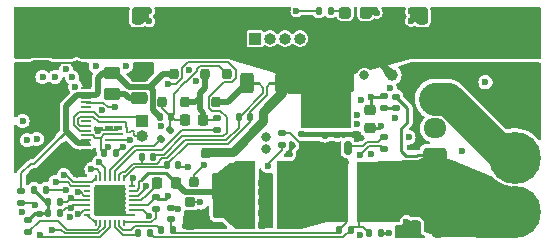
<source format=gtl>
G04 #@! TF.GenerationSoftware,KiCad,Pcbnew,8.0.7-8.0.7-0~ubuntu24.04.1*
G04 #@! TF.CreationDate,2025-01-09T22:08:51-07:00*
G04 #@! TF.ProjectId,2s 40A PSU and charger,32732034-3041-4205-9053-5520616e6420,V1*
G04 #@! TF.SameCoordinates,Original*
G04 #@! TF.FileFunction,Copper,L1,Top*
G04 #@! TF.FilePolarity,Positive*
%FSLAX46Y46*%
G04 Gerber Fmt 4.6, Leading zero omitted, Abs format (unit mm)*
G04 Created by KiCad (PCBNEW 8.0.7-8.0.7-0~ubuntu24.04.1) date 2025-01-09 22:08:51*
%MOMM*%
%LPD*%
G01*
G04 APERTURE LIST*
G04 Aperture macros list*
%AMRoundRect*
0 Rectangle with rounded corners*
0 $1 Rounding radius*
0 $2 $3 $4 $5 $6 $7 $8 $9 X,Y pos of 4 corners*
0 Add a 4 corners polygon primitive as box body*
4,1,4,$2,$3,$4,$5,$6,$7,$8,$9,$2,$3,0*
0 Add four circle primitives for the rounded corners*
1,1,$1+$1,$2,$3*
1,1,$1+$1,$4,$5*
1,1,$1+$1,$6,$7*
1,1,$1+$1,$8,$9*
0 Add four rect primitives between the rounded corners*
20,1,$1+$1,$2,$3,$4,$5,0*
20,1,$1+$1,$4,$5,$6,$7,0*
20,1,$1+$1,$6,$7,$8,$9,0*
20,1,$1+$1,$8,$9,$2,$3,0*%
%AMOutline5P*
0 Free polygon, 5 corners , with rotation*
0 The origin of the aperture is its center*
0 number of corners: always 5*
0 $1 to $10 corner X, Y*
0 $11 Rotation angle, in degrees counterclockwise*
0 create outline with 5 corners*
4,1,5,$1,$2,$3,$4,$5,$6,$7,$8,$9,$10,$1,$2,$11*%
%AMOutline6P*
0 Free polygon, 6 corners , with rotation*
0 The origin of the aperture is its center*
0 number of corners: always 6*
0 $1 to $12 corner X, Y*
0 $13 Rotation angle, in degrees counterclockwise*
0 create outline with 6 corners*
4,1,6,$1,$2,$3,$4,$5,$6,$7,$8,$9,$10,$11,$12,$1,$2,$13*%
%AMOutline7P*
0 Free polygon, 7 corners , with rotation*
0 The origin of the aperture is its center*
0 number of corners: always 7*
0 $1 to $14 corner X, Y*
0 $15 Rotation angle, in degrees counterclockwise*
0 create outline with 7 corners*
4,1,7,$1,$2,$3,$4,$5,$6,$7,$8,$9,$10,$11,$12,$13,$14,$1,$2,$15*%
%AMOutline8P*
0 Free polygon, 8 corners , with rotation*
0 The origin of the aperture is its center*
0 number of corners: always 8*
0 $1 to $16 corner X, Y*
0 $17 Rotation angle, in degrees counterclockwise*
0 create outline with 8 corners*
4,1,8,$1,$2,$3,$4,$5,$6,$7,$8,$9,$10,$11,$12,$13,$14,$15,$16,$1,$2,$17*%
%AMFreePoly0*
4,1,9,2.100000,-2.000000,2.350000,-2.000000,2.350000,-3.500000,-2.350000,-3.500000,-2.350000,-2.000000,-2.100000,-2.000000,-2.100000,1.100000,2.100000,1.100000,2.100000,-2.000000,2.100000,-2.000000,$1*%
G04 Aperture macros list end*
G04 #@! TA.AperFunction,EtchedComponent*
%ADD10C,0.000000*%
G04 #@! TD*
G04 #@! TA.AperFunction,SMDPad,CuDef*
%ADD11RoundRect,0.055000X-0.360000X0.055000X-0.360000X-0.055000X0.360000X-0.055000X0.360000X0.055000X0*%
G04 #@! TD*
G04 #@! TA.AperFunction,SMDPad,CuDef*
%ADD12RoundRect,0.105000X-0.310000X0.105000X-0.310000X-0.105000X0.310000X-0.105000X0.310000X0.105000X0*%
G04 #@! TD*
G04 #@! TA.AperFunction,ComponentPad*
%ADD13C,0.850000*%
G04 #@! TD*
G04 #@! TA.AperFunction,ComponentPad*
%ADD14O,2.050000X0.800000*%
G04 #@! TD*
G04 #@! TA.AperFunction,SMDPad,CuDef*
%ADD15C,0.800000*%
G04 #@! TD*
G04 #@! TA.AperFunction,SMDPad,CuDef*
%ADD16RoundRect,0.140000X0.140000X0.170000X-0.140000X0.170000X-0.140000X-0.170000X0.140000X-0.170000X0*%
G04 #@! TD*
G04 #@! TA.AperFunction,SMDPad,CuDef*
%ADD17R,0.675000X0.250000*%
G04 #@! TD*
G04 #@! TA.AperFunction,SMDPad,CuDef*
%ADD18R,0.775000X0.400000*%
G04 #@! TD*
G04 #@! TA.AperFunction,SMDPad,CuDef*
%ADD19RoundRect,0.135000X-0.185000X0.135000X-0.185000X-0.135000X0.185000X-0.135000X0.185000X0.135000X0*%
G04 #@! TD*
G04 #@! TA.AperFunction,SMDPad,CuDef*
%ADD20RoundRect,0.135000X0.185000X-0.135000X0.185000X0.135000X-0.185000X0.135000X-0.185000X-0.135000X0*%
G04 #@! TD*
G04 #@! TA.AperFunction,SMDPad,CuDef*
%ADD21RoundRect,0.250000X-0.250000X-0.475000X0.250000X-0.475000X0.250000X0.475000X-0.250000X0.475000X0*%
G04 #@! TD*
G04 #@! TA.AperFunction,SMDPad,CuDef*
%ADD22RoundRect,0.140000X-0.140000X-0.170000X0.140000X-0.170000X0.140000X0.170000X-0.140000X0.170000X0*%
G04 #@! TD*
G04 #@! TA.AperFunction,SMDPad,CuDef*
%ADD23RoundRect,0.250000X0.312500X0.625000X-0.312500X0.625000X-0.312500X-0.625000X0.312500X-0.625000X0*%
G04 #@! TD*
G04 #@! TA.AperFunction,SMDPad,CuDef*
%ADD24RoundRect,0.200000X0.200000X-0.250000X0.200000X0.250000X-0.200000X0.250000X-0.200000X-0.250000X0*%
G04 #@! TD*
G04 #@! TA.AperFunction,SMDPad,CuDef*
%ADD25RoundRect,0.147500X0.172500X-0.147500X0.172500X0.147500X-0.172500X0.147500X-0.172500X-0.147500X0*%
G04 #@! TD*
G04 #@! TA.AperFunction,SMDPad,CuDef*
%ADD26RoundRect,0.200000X-0.250000X-0.200000X0.250000X-0.200000X0.250000X0.200000X-0.250000X0.200000X0*%
G04 #@! TD*
G04 #@! TA.AperFunction,SMDPad,CuDef*
%ADD27RoundRect,0.135000X0.135000X0.185000X-0.135000X0.185000X-0.135000X-0.185000X0.135000X-0.185000X0*%
G04 #@! TD*
G04 #@! TA.AperFunction,SMDPad,CuDef*
%ADD28RoundRect,0.225000X-0.250000X0.225000X-0.250000X-0.225000X0.250000X-0.225000X0.250000X0.225000X0*%
G04 #@! TD*
G04 #@! TA.AperFunction,SMDPad,CuDef*
%ADD29C,0.200000*%
G04 #@! TD*
G04 #@! TA.AperFunction,SMDPad,CuDef*
%ADD30RoundRect,0.135000X-0.135000X-0.185000X0.135000X-0.185000X0.135000X0.185000X-0.135000X0.185000X0*%
G04 #@! TD*
G04 #@! TA.AperFunction,SMDPad,CuDef*
%ADD31RoundRect,0.250000X0.250000X0.475000X-0.250000X0.475000X-0.250000X-0.475000X0.250000X-0.475000X0*%
G04 #@! TD*
G04 #@! TA.AperFunction,SMDPad,CuDef*
%ADD32R,2.800000X2.800000*%
G04 #@! TD*
G04 #@! TA.AperFunction,SMDPad,CuDef*
%ADD33RoundRect,0.250000X0.475000X-0.250000X0.475000X0.250000X-0.475000X0.250000X-0.475000X-0.250000X0*%
G04 #@! TD*
G04 #@! TA.AperFunction,SMDPad,CuDef*
%ADD34R,3.500000X5.100000*%
G04 #@! TD*
G04 #@! TA.AperFunction,SMDPad,CuDef*
%ADD35Outline6P,-2.900000X0.630000X-2.480000X1.050000X2.480000X1.050000X2.900000X0.630000X2.900000X-1.050000X-2.900000X-1.050000X90.000000*%
G04 #@! TD*
G04 #@! TA.AperFunction,SMDPad,CuDef*
%ADD36Outline6P,-2.900000X0.630000X-2.480000X1.050000X2.480000X1.050000X2.900000X0.630000X2.900000X-1.050000X-2.900000X-1.050000X270.000000*%
G04 #@! TD*
G04 #@! TA.AperFunction,ComponentPad*
%ADD37RoundRect,0.250000X0.725000X-0.600000X0.725000X0.600000X-0.725000X0.600000X-0.725000X-0.600000X0*%
G04 #@! TD*
G04 #@! TA.AperFunction,ComponentPad*
%ADD38O,1.950000X1.700000*%
G04 #@! TD*
G04 #@! TA.AperFunction,SMDPad,CuDef*
%ADD39C,0.280000*%
G04 #@! TD*
G04 #@! TA.AperFunction,SMDPad,CuDef*
%ADD40RoundRect,0.135000X0.035355X-0.226274X0.226274X-0.035355X-0.035355X0.226274X-0.226274X0.035355X0*%
G04 #@! TD*
G04 #@! TA.AperFunction,SMDPad,CuDef*
%ADD41R,2.500000X2.800000*%
G04 #@! TD*
G04 #@! TA.AperFunction,ComponentPad*
%ADD42R,1.000000X1.000000*%
G04 #@! TD*
G04 #@! TA.AperFunction,ComponentPad*
%ADD43O,1.000000X1.000000*%
G04 #@! TD*
G04 #@! TA.AperFunction,SMDPad,CuDef*
%ADD44RoundRect,0.140000X-0.170000X0.140000X-0.170000X-0.140000X0.170000X-0.140000X0.170000X0.140000X0*%
G04 #@! TD*
G04 #@! TA.AperFunction,SMDPad,CuDef*
%ADD45RoundRect,0.250000X0.450000X-0.262500X0.450000X0.262500X-0.450000X0.262500X-0.450000X-0.262500X0*%
G04 #@! TD*
G04 #@! TA.AperFunction,SMDPad,CuDef*
%ADD46RoundRect,0.237500X0.287500X0.237500X-0.287500X0.237500X-0.287500X-0.237500X0.287500X-0.237500X0*%
G04 #@! TD*
G04 #@! TA.AperFunction,SMDPad,CuDef*
%ADD47RoundRect,0.175000X0.175000X0.400000X-0.175000X0.400000X-0.175000X-0.400000X0.175000X-0.400000X0*%
G04 #@! TD*
G04 #@! TA.AperFunction,SMDPad,CuDef*
%ADD48FreePoly0,180.000000*%
G04 #@! TD*
G04 #@! TA.AperFunction,SMDPad,CuDef*
%ADD49RoundRect,0.200000X-0.200000X0.250000X-0.200000X-0.250000X0.200000X-0.250000X0.200000X0.250000X0*%
G04 #@! TD*
G04 #@! TA.AperFunction,ComponentPad*
%ADD50C,0.700000*%
G04 #@! TD*
G04 #@! TA.AperFunction,ComponentPad*
%ADD51C,4.400000*%
G04 #@! TD*
G04 #@! TA.AperFunction,SMDPad,CuDef*
%ADD52O,0.200000X0.599999*%
G04 #@! TD*
G04 #@! TA.AperFunction,SMDPad,CuDef*
%ADD53O,0.599999X0.200000*%
G04 #@! TD*
G04 #@! TA.AperFunction,ComponentPad*
%ADD54C,0.600000*%
G04 #@! TD*
G04 #@! TA.AperFunction,SMDPad,CuDef*
%ADD55R,2.600000X2.600000*%
G04 #@! TD*
G04 #@! TA.AperFunction,SMDPad,CuDef*
%ADD56RoundRect,0.225000X0.225000X0.250000X-0.225000X0.250000X-0.225000X-0.250000X0.225000X-0.250000X0*%
G04 #@! TD*
G04 #@! TA.AperFunction,SMDPad,CuDef*
%ADD57RoundRect,0.225000X-0.225000X-0.250000X0.225000X-0.250000X0.225000X0.250000X-0.225000X0.250000X0*%
G04 #@! TD*
G04 #@! TA.AperFunction,ViaPad*
%ADD58C,0.600000*%
G04 #@! TD*
G04 #@! TA.AperFunction,ViaPad*
%ADD59C,0.800000*%
G04 #@! TD*
G04 #@! TA.AperFunction,ViaPad*
%ADD60C,1.000000*%
G04 #@! TD*
G04 #@! TA.AperFunction,Conductor*
%ADD61C,0.160000*%
G04 #@! TD*
G04 #@! TA.AperFunction,Conductor*
%ADD62C,0.500000*%
G04 #@! TD*
G04 #@! TA.AperFunction,Conductor*
%ADD63C,0.200000*%
G04 #@! TD*
G04 #@! TA.AperFunction,Conductor*
%ADD64C,0.280000*%
G04 #@! TD*
G04 #@! TA.AperFunction,Conductor*
%ADD65C,0.800000*%
G04 #@! TD*
G04 #@! TA.AperFunction,Conductor*
%ADD66C,2.800000*%
G04 #@! TD*
G04 APERTURE END LIST*
D10*
G04 #@! TA.AperFunction,EtchedComponent*
G04 #@! TO.C,NT4*
G36*
X131245343Y-119857842D02*
G01*
X130113972Y-120989213D01*
X129548287Y-120423528D01*
X130679658Y-119292157D01*
X131245343Y-119857842D01*
G37*
G04 #@! TD.AperFunction*
G04 #@! TA.AperFunction,EtchedComponent*
G04 #@! TO.C,NT3*
G36*
X130400000Y-118800000D02*
G01*
X130000000Y-118800000D01*
X130000000Y-118600000D01*
X130400000Y-118600000D01*
X130400000Y-118800000D01*
G37*
G04 #@! TD.AperFunction*
G04 #@! TA.AperFunction,EtchedComponent*
G04 #@! TO.C,NT12*
G36*
X112696985Y-123001005D02*
G01*
X112301005Y-123396985D01*
X112103015Y-123198995D01*
X112498995Y-122803015D01*
X112696985Y-123001005D01*
G37*
G04 #@! TD.AperFunction*
G04 #@! TA.AperFunction,EtchedComponent*
G04 #@! TO.C,NT2*
G36*
X129000000Y-118800000D02*
G01*
X128600000Y-118800000D01*
X128600000Y-118600000D01*
X129000000Y-118600000D01*
X129000000Y-118800000D01*
G37*
G04 #@! TD.AperFunction*
G04 #@! TA.AperFunction,EtchedComponent*
G04 #@! TO.C,NT14*
G36*
X125124999Y-121900000D02*
G01*
X124724999Y-121900000D01*
X124724999Y-121700000D01*
X125124999Y-121700000D01*
X125124999Y-121900000D01*
G37*
G04 #@! TD.AperFunction*
G04 #@! TA.AperFunction,EtchedComponent*
G04 #@! TO.C,NT9*
G36*
X142925000Y-124940000D02*
G01*
X142365000Y-124940000D01*
X142365000Y-124660000D01*
X142925000Y-124660000D01*
X142925000Y-124940000D01*
G37*
G04 #@! TD.AperFunction*
G04 #@! TD*
D11*
G04 #@! TO.P,J10,A1,GND*
G04 #@! TO.N,GND*
X114350000Y-118700000D03*
G04 #@! TO.P,J10,A4,VBUS*
G04 #@! TO.N,/Battery Charger/IN*
X114350000Y-119500000D03*
G04 #@! TO.P,J10,A5,CC1*
G04 #@! TO.N,/Connectors/CC1*
X114350000Y-120300000D03*
G04 #@! TO.P,J10,A6,D+*
G04 #@! TO.N,/Connectors/D+*
X114350000Y-121100000D03*
G04 #@! TO.P,J10,A7,D-*
G04 #@! TO.N,/Connectors/D-*
X114350000Y-121500000D03*
G04 #@! TO.P,J10,A8,SBU1*
G04 #@! TO.N,unconnected-(J10-SBU1-PadA8)*
X114350000Y-121900000D03*
G04 #@! TO.P,J10,A9,VBUS*
G04 #@! TO.N,/Battery Charger/IN*
X114350000Y-123500000D03*
G04 #@! TO.P,J10,A12,GND*
G04 #@! TO.N,GND*
X114350000Y-124300000D03*
G04 #@! TO.P,J10,B1,GND*
X114350000Y-124700000D03*
G04 #@! TO.P,J10,B4,VBUS*
G04 #@! TO.N,/Battery Charger/IN*
X114350000Y-123900000D03*
G04 #@! TO.P,J10,B5,CC2*
G04 #@! TO.N,/Connectors/CC2*
X114350000Y-123100000D03*
G04 #@! TO.P,J10,B6,D+*
G04 #@! TO.N,/Connectors/D+*
X114350000Y-122700000D03*
G04 #@! TO.P,J10,B7,D-*
G04 #@! TO.N,/Connectors/D-*
X114350000Y-122300000D03*
G04 #@! TO.P,J10,B8,SBU2*
G04 #@! TO.N,unconnected-(J10-SBU2-PadB8)*
X114350000Y-120700000D03*
G04 #@! TO.P,J10,B9,VBUS*
G04 #@! TO.N,/Battery Charger/IN*
X114350000Y-119900000D03*
G04 #@! TO.P,J10,B12,GND*
G04 #@! TO.N,GND*
X114350000Y-119100000D03*
D12*
G04 #@! TO.P,J10,GND,GND*
X114350000Y-118185000D03*
X114350000Y-125215000D03*
D13*
G04 #@! TO.P,J10,S1,SHIELD*
X113590000Y-117105000D03*
D14*
X110610000Y-117105000D03*
D13*
X113590000Y-126295000D03*
D14*
X110610000Y-126295000D03*
G04 #@! TD*
D15*
G04 #@! TO.P,NT4,1,1*
G04 #@! TO.N,Net-(Q4-D)*
X129831130Y-120706370D03*
G04 #@! TO.P,NT4,2,2*
G04 #@! TO.N,/Battery Charger/MOTORPWR*
X130962500Y-119575000D03*
G04 #@! TD*
D16*
G04 #@! TO.P,C9,1*
G04 #@! TO.N,GND*
X120080000Y-124900000D03*
G04 #@! TO.P,C9,2*
G04 #@! TO.N,Net-(U3-ACP)*
X119120000Y-124900000D03*
G04 #@! TD*
D17*
G04 #@! TO.P,D11,1,IN/OUT_1*
G04 #@! TO.N,/Connectors/D+*
X116300000Y-121500000D03*
G04 #@! TO.P,D11,2,IN/OUT_2*
G04 #@! TO.N,/Connectors/D-*
X116300000Y-122000000D03*
D18*
G04 #@! TO.P,D11,3,GND_1*
G04 #@! TO.N,GND*
X116350000Y-122500000D03*
D17*
G04 #@! TO.P,D11,4,IN/OUT_3*
G04 #@! TO.N,/Connectors/CC2*
X116300000Y-123000000D03*
G04 #@! TO.P,D11,5,IN/OUT_4*
G04 #@! TO.N,/Connectors/CC1*
X116300000Y-123500000D03*
G04 #@! TO.P,D11,6,NC_1*
X117175000Y-123500000D03*
G04 #@! TO.P,D11,7,NC_2*
G04 #@! TO.N,/Connectors/CC2*
X117175000Y-123000000D03*
D18*
G04 #@! TO.P,D11,8,GND_2*
G04 #@! TO.N,GND*
X117125000Y-122500000D03*
D17*
G04 #@! TO.P,D11,9,NC_3*
G04 #@! TO.N,/Connectors/D-*
X117175000Y-122000000D03*
G04 #@! TO.P,D11,10,NC_4*
G04 #@! TO.N,/Connectors/D+*
X117175000Y-121500000D03*
G04 #@! TD*
D19*
G04 #@! TO.P,R24,1*
G04 #@! TO.N,/Battery Charger/MCU3.3v*
X109500000Y-130290000D03*
G04 #@! TO.P,R24,2*
G04 #@! TO.N,Net-(U3-TB_STAT_N)*
X109500000Y-131310000D03*
G04 #@! TD*
D20*
G04 #@! TO.P,R20,1*
G04 #@! TO.N,Net-(U3-ILIM)*
X120300000Y-129310000D03*
G04 #@! TO.P,R20,2*
G04 #@! TO.N,/Battery Charger/REGN*
X120300000Y-128290000D03*
G04 #@! TD*
D19*
G04 #@! TO.P,R10,1*
G04 #@! TO.N,Net-(Q3-G)*
X139600000Y-123190000D03*
G04 #@! TO.P,R10,2*
G04 #@! TO.N,Net-(U3-BATDRV)*
X139600000Y-124210000D03*
G04 #@! TD*
D21*
G04 #@! TO.P,C20,1*
G04 #@! TO.N,GND*
X142250000Y-131000000D03*
G04 #@! TO.P,C20,2*
G04 #@! TO.N,/Battery Balancer/+BAT*
X144150000Y-131000000D03*
G04 #@! TD*
D22*
G04 #@! TO.P,C23,1*
G04 #@! TO.N,/Battery Balancer/+BAT*
X138370000Y-131400000D03*
G04 #@! TO.P,C23,2*
G04 #@! TO.N,GND*
X139330000Y-131400000D03*
G04 #@! TD*
D23*
G04 #@! TO.P,R1,1*
G04 #@! TO.N,/Battery Charger/MOTORPWR*
X130962500Y-118700000D03*
G04 #@! TO.P,R1,2*
G04 #@! TO.N,Net-(Q2-D)*
X128037500Y-118700000D03*
G04 #@! TD*
D24*
G04 #@! TO.P,Q1,1,G*
G04 #@! TO.N,Net-(Q1-G)*
X120850000Y-120300000D03*
G04 #@! TO.P,Q1,2,S*
G04 #@! TO.N,Net-(Q1-S)*
X122750000Y-120300000D03*
G04 #@! TO.P,Q1,3,D*
G04 #@! TO.N,/Battery Charger/IN*
X121800000Y-117900000D03*
G04 #@! TD*
D25*
G04 #@! TO.P,D1,1,K*
G04 #@! TO.N,Net-(D1-K)*
X140600000Y-120785000D03*
G04 #@! TO.P,D1,2,A*
G04 #@! TO.N,Net-(D1-A)*
X140600000Y-119815000D03*
G04 #@! TD*
D26*
G04 #@! TO.P,Q5,1,G*
G04 #@! TO.N,Net-(Q5-G)*
X123200000Y-128750000D03*
G04 #@! TO.P,Q5,2,S*
G04 #@! TO.N,GND*
X123200000Y-130650000D03*
G04 #@! TO.P,Q5,3,D*
G04 #@! TO.N,Net-(Q4-S)*
X125600000Y-129700000D03*
G04 #@! TD*
D27*
G04 #@! TO.P,R19,1*
G04 #@! TO.N,GND*
X116910000Y-124600000D03*
G04 #@! TO.P,R19,2*
G04 #@! TO.N,/Connectors/CC2*
X115890000Y-124600000D03*
G04 #@! TD*
D28*
G04 #@! TO.P,C2,1*
G04 #@! TO.N,Net-(U1-BAT)*
X138400000Y-120925000D03*
G04 #@! TO.P,C2,2*
G04 #@! TO.N,/Battery Balancer/-BAT*
X138400000Y-122475000D03*
G04 #@! TD*
D29*
G04 #@! TO.P,NT3,1,1*
G04 #@! TO.N,Net-(U3-ACN)*
X130000000Y-118700000D03*
G04 #@! TO.P,NT3,2,2*
G04 #@! TO.N,/Battery Charger/MOTORPWR*
X130400000Y-118700000D03*
G04 #@! TD*
D30*
G04 #@! TO.P,R25,1*
G04 #@! TO.N,/MCU/LED*
X134090000Y-112600000D03*
G04 #@! TO.P,R25,2*
G04 #@! TO.N,Net-(D4-A)*
X135110000Y-112600000D03*
G04 #@! TD*
D22*
G04 #@! TO.P,C10,1*
G04 #@! TO.N,Net-(U3-ACP)*
X127320000Y-121500000D03*
G04 #@! TO.P,C10,2*
G04 #@! TO.N,Net-(U3-ACN)*
X128280000Y-121500000D03*
G04 #@! TD*
D31*
G04 #@! TO.P,C12,1*
G04 #@! TO.N,GND*
X118750000Y-113000000D03*
G04 #@! TO.P,C12,2*
G04 #@! TO.N,/Battery Charger/MOTORPWR*
X116850000Y-113000000D03*
G04 #@! TD*
D22*
G04 #@! TO.P,C5,1*
G04 #@! TO.N,/Battery Charger/IN*
X120620000Y-121500000D03*
G04 #@! TO.P,C5,2*
G04 #@! TO.N,Net-(Q1-G)*
X121580000Y-121500000D03*
G04 #@! TD*
D32*
G04 #@! TO.P,J3,1,Pin_1*
G04 #@! TO.N,/Battery Charger/MOTORPWR*
X110250000Y-113650000D03*
G04 #@! TD*
D33*
G04 #@! TO.P,C7,1*
G04 #@! TO.N,Net-(C7-Pad1)*
X118900000Y-119950000D03*
G04 #@! TO.P,C7,2*
G04 #@! TO.N,GND*
X118900000Y-118050000D03*
G04 #@! TD*
D34*
G04 #@! TO.P,R18,1*
G04 #@! TO.N,/Battery Balancer/+BAT*
X139005000Y-127850000D03*
G04 #@! TO.P,R18,2*
G04 #@! TO.N,Net-(C21-Pad2)*
X134895000Y-127850000D03*
G04 #@! TD*
D25*
G04 #@! TO.P,D3,1,K*
G04 #@! TO.N,Net-(D2-K)*
X108900000Y-128785000D03*
G04 #@! TO.P,D3,2,A*
G04 #@! TO.N,Net-(D3-A)*
X108900000Y-127815000D03*
G04 #@! TD*
D20*
G04 #@! TO.P,R3,1*
G04 #@! TO.N,Net-(D1-K)*
X139600000Y-120810000D03*
G04 #@! TO.P,R3,2*
G04 #@! TO.N,Net-(U1-BAT)*
X139600000Y-119790000D03*
G04 #@! TD*
D35*
G04 #@! TO.P,L2,1,1*
G04 #@! TO.N,Net-(Q4-S)*
X127650000Y-128100000D03*
D36*
G04 #@! TO.P,L2,2,2*
G04 #@! TO.N,Net-(C21-Pad2)*
X131550000Y-128100000D03*
G04 #@! TD*
D37*
G04 #@! TO.P,J2,1,Pin_1*
G04 #@! TO.N,/Battery Balancer/+BAT*
X143900000Y-125000000D03*
D38*
G04 #@! TO.P,J2,2,Pin_2*
G04 #@! TO.N,/Battery Balancer/Bat Cell 1*
X143900000Y-122500000D03*
G04 #@! TO.P,J2,3,Pin_3*
G04 #@! TO.N,/Battery Balancer/-BAT*
X143900000Y-120000000D03*
G04 #@! TD*
D39*
G04 #@! TO.P,NT12,1,1*
G04 #@! TO.N,Net-(D3-A)*
X112202010Y-123297990D03*
G04 #@! TO.P,NT12,2,2*
G04 #@! TO.N,/Battery Charger/IN*
X112597990Y-122902010D03*
G04 #@! TD*
D40*
G04 #@! TO.P,R8,1*
G04 #@! TO.N,Net-(U3-ACDRV)*
X120739376Y-123360624D03*
G04 #@! TO.P,R8,2*
G04 #@! TO.N,Net-(Q1-G)*
X121460624Y-122639376D03*
G04 #@! TD*
D41*
G04 #@! TO.P,J5,1,Pin_1*
G04 #@! TO.N,/Battery Charger/MOTORPWR*
X113950000Y-114600000D03*
G04 #@! TD*
D30*
G04 #@! TO.P,R23,1*
G04 #@! TO.N,/Battery Charger/MCU3.3v*
X109990000Y-127700000D03*
G04 #@! TO.P,R23,2*
G04 #@! TO.N,Net-(U3-ACOK)*
X111010000Y-127700000D03*
G04 #@! TD*
D42*
G04 #@! TO.P,J11,1,Pin_1*
G04 #@! TO.N,/Connectors/3.3v*
X128690000Y-114900000D03*
D43*
G04 #@! TO.P,J11,2,Pin_2*
G04 #@! TO.N,/Connectors/RS485+*
X129960000Y-114900000D03*
G04 #@! TO.P,J11,3,Pin_3*
G04 #@! TO.N,/Connectors/RS485-*
X131230000Y-114900000D03*
G04 #@! TO.P,J11,4,Pin_4*
G04 #@! TO.N,GND*
X132500000Y-114900000D03*
G04 #@! TD*
D24*
G04 #@! TO.P,Q4,1,G*
G04 #@! TO.N,Net-(Q4-G)*
X123550000Y-127000000D03*
G04 #@! TO.P,Q4,2,S*
G04 #@! TO.N,Net-(Q4-S)*
X125450000Y-127000000D03*
G04 #@! TO.P,Q4,3,D*
G04 #@! TO.N,Net-(Q4-D)*
X124500000Y-124600000D03*
G04 #@! TD*
D44*
G04 #@! TO.P,C21,1*
G04 #@! TO.N,GND*
X121600000Y-129220000D03*
G04 #@! TO.P,C21,2*
G04 #@! TO.N,Net-(C21-Pad2)*
X121600000Y-130180000D03*
G04 #@! TD*
D45*
G04 #@! TO.P,R2,1*
G04 #@! TO.N,Net-(C7-Pad1)*
X116600000Y-119612500D03*
G04 #@! TO.P,R2,2*
G04 #@! TO.N,/Battery Charger/IN*
X116600000Y-117787500D03*
G04 #@! TD*
D22*
G04 #@! TO.P,C11,1*
G04 #@! TO.N,Net-(U3-ACN)*
X121220000Y-125600000D03*
G04 #@! TO.P,C11,2*
G04 #@! TO.N,GND*
X122180000Y-125600000D03*
G04 #@! TD*
D27*
G04 #@! TO.P,R21,1*
G04 #@! TO.N,Net-(C21-Pad2)*
X121710000Y-131100000D03*
G04 #@! TO.P,R21,2*
G04 #@! TO.N,Net-(U3-SRP)*
X120690000Y-131100000D03*
G04 #@! TD*
D42*
G04 #@! TO.P,J12,1,Pin_1*
G04 #@! TO.N,/Connectors/D+*
X119100000Y-121900000D03*
D43*
G04 #@! TO.P,J12,2,Pin_2*
G04 #@! TO.N,/Connectors/D-*
X119100000Y-123170000D03*
G04 #@! TD*
D29*
G04 #@! TO.P,NT2,1,1*
G04 #@! TO.N,Net-(U3-ACP)*
X129000000Y-118700000D03*
G04 #@! TO.P,NT2,2,2*
G04 #@! TO.N,Net-(Q2-D)*
X128600000Y-118700000D03*
G04 #@! TD*
G04 #@! TO.P,NT14,1,1*
G04 #@! TO.N,Net-(NT14-Pad1)*
X125124998Y-121800000D03*
G04 #@! TO.P,NT14,2,2*
G04 #@! TO.N,Net-(Q1-S)*
X124725000Y-121800000D03*
G04 #@! TD*
D46*
G04 #@! TO.P,D4,1,K*
G04 #@! TO.N,GND*
X138075000Y-112700000D03*
G04 #@! TO.P,D4,2,A*
G04 #@! TO.N,Net-(D4-A)*
X136325000Y-112700000D03*
G04 #@! TD*
D21*
G04 #@! TO.P,C14,1*
G04 #@! TO.N,GND*
X142850000Y-113000000D03*
G04 #@! TO.P,C14,2*
G04 #@! TO.N,/Battery Charger/MOTORPWR*
X144750000Y-113000000D03*
G04 #@! TD*
D27*
G04 #@! TO.P,R29,1*
G04 #@! TO.N,/SDA*
X112210000Y-128700000D03*
G04 #@! TO.P,R29,2*
G04 #@! TO.N,/Battery Charger/MCU3.3v*
X111190000Y-128700000D03*
G04 #@! TD*
D22*
G04 #@! TO.P,C22,1*
G04 #@! TO.N,Net-(C21-Pad2)*
X135820000Y-131100000D03*
G04 #@! TO.P,C22,2*
G04 #@! TO.N,/Battery Balancer/+BAT*
X136780000Y-131100000D03*
G04 #@! TD*
D47*
G04 #@! TO.P,Q3,1,S*
G04 #@! TO.N,Net-(C21-Pad2)*
X132795000Y-124125000D03*
G04 #@! TO.P,Q3,2,S*
X134065000Y-124125000D03*
G04 #@! TO.P,Q3,3,S*
X135335000Y-124125000D03*
G04 #@! TO.P,Q3,4,G*
G04 #@! TO.N,Net-(Q3-G)*
X136605000Y-124125000D03*
D48*
G04 #@! TO.P,Q3,5,D*
G04 #@! TO.N,/Battery Charger/MOTORPWR*
X134700000Y-121400000D03*
G04 #@! TD*
D19*
G04 #@! TO.P,R12,1*
G04 #@! TO.N,Net-(C21-Pad2)*
X131000000Y-122890000D03*
G04 #@! TO.P,R12,2*
G04 #@! TO.N,Net-(U3-BATSRC)*
X131000000Y-123910000D03*
G04 #@! TD*
D49*
G04 #@! TO.P,Q2,1,G*
G04 #@! TO.N,Net-(Q1-G)*
X126350000Y-117900000D03*
G04 #@! TO.P,Q2,2,S*
G04 #@! TO.N,Net-(Q1-S)*
X124450000Y-117900000D03*
G04 #@! TO.P,Q2,3,D*
G04 #@! TO.N,Net-(Q2-D)*
X125400000Y-120300000D03*
G04 #@! TD*
D20*
G04 #@! TO.P,R7,1*
G04 #@! TO.N,Net-(U3-CMSRC)*
X125500000Y-122609999D03*
G04 #@! TO.P,R7,2*
G04 #@! TO.N,Net-(NT14-Pad1)*
X125500000Y-121590001D03*
G04 #@! TD*
D32*
G04 #@! TO.P,J1,1,Pin_1*
G04 #@! TO.N,/Battery Charger/MOTORPWR*
X147199999Y-113650000D03*
G04 #@! TD*
D50*
G04 #@! TO.P,H1,1,1*
G04 #@! TO.N,/Battery Balancer/+BAT*
X149050000Y-129600000D03*
X149533274Y-128433274D03*
X149533274Y-130766726D03*
X150700000Y-127950000D03*
D51*
X150700000Y-129600000D03*
D50*
X150700000Y-131250000D03*
X151866726Y-128433274D03*
X151866726Y-130766726D03*
X152350000Y-129600000D03*
G04 #@! TD*
D52*
G04 #@! TO.P,U3,1,ACN*
G04 #@! TO.N,Net-(U3-ACN)*
X117600000Y-126700001D03*
G04 #@! TO.P,U3,2,ACP*
G04 #@! TO.N,Net-(U3-ACP)*
X117200001Y-126700001D03*
G04 #@! TO.P,U3,3,CMSRC*
G04 #@! TO.N,Net-(U3-CMSRC)*
X116799999Y-126700001D03*
G04 #@! TO.P,U3,4,ACDRV*
G04 #@! TO.N,Net-(U3-ACDRV)*
X116400000Y-126700001D03*
G04 #@! TO.P,U3,5,ACOK*
G04 #@! TO.N,Net-(U3-ACOK)*
X116000001Y-126700001D03*
G04 #@! TO.P,U3,6,ACDET*
G04 #@! TO.N,/Battery Charger/PWRON*
X115599999Y-126700001D03*
G04 #@! TO.P,U3,7,IADP*
G04 #@! TO.N,/Battery Charger/Charger IADP*
X115200000Y-126700001D03*
D53*
G04 #@! TO.P,U3,8,IDCHG*
G04 #@! TO.N,/Battery Charger/Charger IDCHG*
X114500001Y-127400000D03*
G04 #@! TO.P,U3,9,PMON*
G04 #@! TO.N,unconnected-(U3-PMON-Pad9)*
X114500001Y-127799999D03*
G04 #@! TO.P,U3,10,PROCHOT_N*
G04 #@! TO.N,/Battery Charger/Charger PROCHOT*
X114500001Y-128200001D03*
G04 #@! TO.P,U3,11,SDA*
G04 #@! TO.N,/SDA*
X114500001Y-128600000D03*
G04 #@! TO.P,U3,12,SCL*
G04 #@! TO.N,/SCL*
X114500001Y-128999999D03*
G04 #@! TO.P,U3,13,CMPIN*
G04 #@! TO.N,Net-(U3-CMPIN)*
X114500001Y-129400001D03*
G04 #@! TO.P,U3,14,CMPOUT*
G04 #@! TO.N,Net-(U3-BATPRES_N)*
X114500001Y-129800000D03*
D52*
G04 #@! TO.P,U3,15,BATPRES_N*
X115200000Y-130500001D03*
G04 #@! TO.P,U3,16,TB_STAT_N*
G04 #@! TO.N,Net-(U3-TB_STAT_N)*
X115599999Y-130500001D03*
G04 #@! TO.P,U3,17,BATSRC*
G04 #@! TO.N,Net-(U3-BATSRC)*
X116000001Y-130500001D03*
G04 #@! TO.P,U3,18,BATDRV*
G04 #@! TO.N,Net-(U3-BATDRV)*
X116400000Y-130500001D03*
G04 #@! TO.P,U3,19,SRN*
G04 #@! TO.N,Net-(U3-SRN)*
X116799999Y-130500001D03*
G04 #@! TO.P,U3,20,SRP*
G04 #@! TO.N,Net-(U3-SRP)*
X117200001Y-130500001D03*
G04 #@! TO.P,U3,21,ILIM*
G04 #@! TO.N,Net-(U3-ILIM)*
X117600000Y-130500001D03*
D53*
G04 #@! TO.P,U3,22,GND*
G04 #@! TO.N,GND*
X118299999Y-129800000D03*
G04 #@! TO.P,U3,23,LODRV*
G04 #@! TO.N,Net-(Q5-G)*
X118299999Y-129400001D03*
G04 #@! TO.P,U3,24,REGN*
G04 #@! TO.N,/Battery Charger/REGN*
X118299999Y-128999999D03*
G04 #@! TO.P,U3,25,BTST*
G04 #@! TO.N,Net-(U3-BTST)*
X118299999Y-128600000D03*
G04 #@! TO.P,U3,26,HIDRV*
G04 #@! TO.N,Net-(Q4-G)*
X118299999Y-128200001D03*
G04 #@! TO.P,U3,27,PHASE*
G04 #@! TO.N,Net-(Q4-S)*
X118299999Y-127799999D03*
G04 #@! TO.P,U3,28,VCC*
G04 #@! TO.N,/Battery Charger/Always On PWR*
X118299999Y-127400000D03*
D54*
G04 #@! TO.P,U3,29,PAD*
G04 #@! TO.N,GND*
X116400000Y-127550000D03*
X117450000Y-128600000D03*
X116400000Y-128600000D03*
D55*
X116400000Y-128600000D03*
D54*
X115350000Y-128600000D03*
X116400000Y-129650000D03*
G04 #@! TD*
D41*
G04 #@! TO.P,J4,1,Pin_1*
G04 #@! TO.N,/Battery Charger/MOTORPWR*
X150950000Y-114600000D03*
G04 #@! TD*
D56*
G04 #@! TO.P,C6,1*
G04 #@! TO.N,Net-(Q1-S)*
X124275000Y-121800000D03*
G04 #@! TO.P,C6,2*
G04 #@! TO.N,Net-(Q1-G)*
X122725000Y-121800000D03*
G04 #@! TD*
D57*
G04 #@! TO.P,C17,1*
G04 #@! TO.N,Net-(U3-BTST)*
X120425000Y-127100000D03*
G04 #@! TO.P,C17,2*
G04 #@! TO.N,Net-(Q4-S)*
X121975000Y-127100000D03*
G04 #@! TD*
D27*
G04 #@! TO.P,R11,1*
G04 #@! TO.N,/SCL*
X112210000Y-129700000D03*
G04 #@! TO.P,R11,2*
G04 #@! TO.N,/Battery Charger/MCU3.3v*
X111190000Y-129700000D03*
G04 #@! TD*
D39*
G04 #@! TO.P,NT9,1,1*
G04 #@! TO.N,/Battery Balancer/+BAT*
X142925000Y-124800000D03*
G04 #@! TO.P,NT9,2,2*
G04 #@! TO.N,Net-(D1-A)*
X142365000Y-124800000D03*
G04 #@! TD*
D27*
G04 #@! TO.P,R22,1*
G04 #@! TO.N,/Battery Balancer/+BAT*
X119810000Y-131400000D03*
G04 #@! TO.P,R22,2*
G04 #@! TO.N,Net-(U3-SRN)*
X118790000Y-131400000D03*
G04 #@! TD*
D50*
G04 #@! TO.P,H2,1,1*
G04 #@! TO.N,/Battery Balancer/-BAT*
X149533274Y-123833274D03*
X150700000Y-123350000D03*
X149050000Y-125000000D03*
X151866726Y-123833274D03*
D51*
X150700000Y-125000000D03*
D50*
X149533274Y-126166726D03*
X152350000Y-125000000D03*
X150700000Y-126650000D03*
X151866726Y-126166726D03*
G04 #@! TD*
D58*
G04 #@! TO.N,GND*
X129200000Y-129700000D03*
X130000000Y-129400000D03*
D59*
G04 #@! TO.N,/Connectors/3.3v*
X129600000Y-123200000D03*
X129600000Y-124260000D03*
X137949999Y-117972800D03*
D58*
G04 #@! TO.N,GND*
X130000000Y-128400000D03*
X150000000Y-121700000D03*
X129200000Y-127900000D03*
X152000000Y-120700000D03*
X119700000Y-112550000D03*
X124900000Y-130600000D03*
X109412841Y-124967080D03*
X141900000Y-113400000D03*
X131845000Y-123900000D03*
X124000000Y-130600000D03*
X118800000Y-117200000D03*
X130000000Y-127600000D03*
X151000000Y-120700000D03*
X151000000Y-121700000D03*
X152000000Y-119700000D03*
X115365000Y-122744994D03*
X137350595Y-123440000D03*
X123000000Y-125740000D03*
X130000000Y-126780000D03*
X141500000Y-130400000D03*
X150000000Y-120700000D03*
X141500000Y-131400000D03*
X135607048Y-123056411D03*
X134600000Y-123100000D03*
X123500000Y-129700000D03*
X152000000Y-121700000D03*
X124500000Y-129900000D03*
X129200000Y-130700000D03*
X129200000Y-127100000D03*
X131584856Y-124700000D03*
X125700000Y-130700000D03*
X132700000Y-123005000D03*
X139000000Y-112700000D03*
X151000000Y-119700000D03*
X130000000Y-130200000D03*
X122200000Y-129311716D03*
X129200000Y-128700000D03*
X140000000Y-131350000D03*
X121344634Y-118762843D03*
X117539569Y-124084202D03*
X141900000Y-112600000D03*
X150000000Y-119700000D03*
X119700000Y-117200000D03*
X111900000Y-121000000D03*
X119750000Y-113450000D03*
G04 #@! TO.N,Net-(Q4-G)*
X124400000Y-125600000D03*
X119499999Y-127370000D03*
G04 #@! TO.N,Net-(D2-K)*
X110100000Y-129000000D03*
G04 #@! TO.N,Net-(U1-BAT)*
X138500000Y-119872800D03*
D60*
G04 #@! TO.N,/Battery Charger/MOTORPWR*
X140300000Y-118000000D03*
D58*
G04 #@! TO.N,/Battery Balancer/Up*
X140095298Y-119095681D03*
X146204970Y-124404180D03*
G04 #@! TO.N,/Battery Charger/Always On PWR*
X108980342Y-129579999D03*
X118340000Y-126740000D03*
G04 #@! TO.N,/Battery Balancer/Low*
X148200000Y-118600000D03*
X141687254Y-123262868D03*
G04 #@! TO.N,/Battery Charger/REGN*
X121351203Y-128231716D03*
G04 #@! TO.N,/Connectors/RS485+*
X123692815Y-118504085D03*
G04 #@! TO.N,/Connectors/RS485-*
X123084774Y-117584774D03*
G04 #@! TO.N,Net-(U3-CMPIN)*
X113743225Y-129740000D03*
G04 #@! TO.N,Net-(Q5-G)*
X124071716Y-128771716D03*
X119704062Y-129878857D03*
G04 #@! TO.N,Net-(Q6-G)*
X138519740Y-124705000D03*
X137550000Y-131500000D03*
G04 #@! TO.N,Net-(U3-BATDRV)*
X137584017Y-124720000D03*
X110500000Y-131500000D03*
G04 #@! TO.N,Net-(U3-BATSRC)*
X111500000Y-131100000D03*
X129792500Y-125700000D03*
G04 #@! TO.N,Net-(U3-ACOK)*
X112700000Y-127700000D03*
X115500000Y-125380000D03*
G04 #@! TO.N,/Battery Charger/Charger IADP*
X115712500Y-120960000D03*
X112499818Y-126454760D03*
G04 #@! TO.N,/SCL*
X113100000Y-129200000D03*
X137313454Y-122157836D03*
X110700000Y-118165000D03*
G04 #@! TO.N,/Battery Charger/Charger IDCHG*
X111800000Y-127064873D03*
G04 #@! TO.N,/SDA*
X113100000Y-128400000D03*
X111775092Y-118124908D03*
X137328488Y-121331805D03*
G04 #@! TO.N,/MCU/LED*
X109011888Y-121871888D03*
X132200000Y-112600000D03*
G04 #@! TO.N,/Battery Charger/Charger PROCHOT*
X109400000Y-123500000D03*
X113745629Y-127900000D03*
G04 #@! TO.N,/Connectors/CC2*
X116279899Y-124084999D03*
X115200000Y-117200000D03*
G04 #@! TO.N,/Battery Balancer/Balancer Alert*
X137698929Y-120098501D03*
X110200000Y-123400000D03*
G04 #@! TO.N,/Connectors/CC1*
X118100000Y-123500000D03*
X116833024Y-120686438D03*
X113482725Y-118955628D03*
G04 #@! TO.N,/Connectors/D-*
X112700000Y-117500000D03*
G04 #@! TO.N,/Battery Charger/PWRON*
X114844338Y-125944338D03*
G04 #@! TO.N,/Battery Charger/MCU3.3v*
X117745496Y-117225000D03*
X110450206Y-129723090D03*
X120741937Y-122269999D03*
G04 #@! TO.N,/Battery Balancer/-BAT*
X140517019Y-121662631D03*
X139400000Y-122300000D03*
G04 #@! TO.N,/Battery Balancer/+BAT*
X112989139Y-130012669D03*
G04 #@! TO.N,/Connectors/D+*
X113205382Y-118167775D03*
G04 #@! TD*
D61*
G04 #@! TO.N,Net-(D3-A)*
X112202010Y-123297990D02*
X110000000Y-125500000D01*
X110000000Y-125500000D02*
X109700000Y-125500000D01*
X108900000Y-126300000D02*
X108900000Y-127815000D01*
X109700000Y-125500000D02*
X108900000Y-126300000D01*
D62*
G04 #@! TO.N,/Battery Charger/IN*
X116600000Y-117787500D02*
X115862500Y-117787500D01*
X115862500Y-117787500D02*
X115400000Y-118250000D01*
X115400000Y-119500000D02*
X115200000Y-119700000D01*
X115400000Y-118250000D02*
X115400000Y-119500000D01*
X115200000Y-119700000D02*
X113600000Y-119700000D01*
X113600000Y-119700000D02*
X112700000Y-120600000D01*
X112700000Y-120600000D02*
X112700000Y-122700000D01*
X112700000Y-122700000D02*
X113710000Y-123710000D01*
X113710000Y-123710000D02*
X114490000Y-123710000D01*
D61*
G04 #@! TO.N,/Battery Charger/Charger IDCHG*
X111800000Y-127064873D02*
X112828549Y-127064873D01*
X112828549Y-127064873D02*
X113123676Y-127360000D01*
X114460001Y-127360000D02*
X114500001Y-127400000D01*
X113123676Y-127360000D02*
X114460001Y-127360000D01*
G04 #@! TO.N,/Battery Charger/Charger IADP*
X112499818Y-126454760D02*
X112707308Y-126454760D01*
X112707308Y-126454760D02*
X113252548Y-127000000D01*
X113252548Y-127000000D02*
X114900001Y-127000000D01*
X114900001Y-127000000D02*
X115200000Y-126700001D01*
G04 #@! TO.N,Net-(U3-ACOK)*
X112700000Y-127700000D02*
X111010000Y-127700000D01*
G04 #@! TO.N,Net-(U3-ILIM)*
X120300000Y-129310000D02*
X120300000Y-130046596D01*
X120300000Y-130046596D02*
X119927739Y-130418857D01*
X119927739Y-130418857D02*
X117681144Y-130418857D01*
X117681144Y-130418857D02*
X117600000Y-130500001D01*
G04 #@! TO.N,Net-(U3-SRP)*
X120690000Y-131100000D02*
X120390000Y-130800000D01*
X120390000Y-130800000D02*
X118500000Y-130800000D01*
X118500000Y-130800000D02*
X118200000Y-131100000D01*
X118200000Y-131100000D02*
X117519166Y-131100000D01*
X117200001Y-130780835D02*
X117200001Y-130500001D01*
X117519166Y-131100000D02*
X117200001Y-130780835D01*
D63*
G04 #@! TO.N,Net-(Q5-G)*
X119704062Y-129878857D02*
X119225206Y-129400001D01*
X119225206Y-129400001D02*
X118299999Y-129400001D01*
D61*
G04 #@! TO.N,Net-(C21-Pad2)*
X121710000Y-131100000D02*
X121970000Y-131360000D01*
X121970000Y-131360000D02*
X129640000Y-131360000D01*
X129640000Y-131360000D02*
X129650000Y-131350000D01*
X129650000Y-131350000D02*
X135570000Y-131350000D01*
X135570000Y-131350000D02*
X135820000Y-131100000D01*
G04 #@! TO.N,GND*
X139000000Y-112700000D02*
X138075000Y-112700000D01*
X114350000Y-117865000D02*
X113590000Y-117105000D01*
X114350000Y-125535000D02*
X113590000Y-126295000D01*
D63*
X118299999Y-129800000D02*
X117600000Y-129800000D01*
D61*
X124760000Y-119862204D02*
X126032204Y-118590000D01*
X117470000Y-124040000D02*
X116910000Y-124600000D01*
D64*
X140000000Y-131350000D02*
X139380000Y-131350000D01*
D61*
X123020000Y-116880000D02*
X122544774Y-117355226D01*
X119750000Y-113450000D02*
X119200000Y-113450000D01*
X114350000Y-119100000D02*
X114350000Y-118185000D01*
X113590000Y-117105000D02*
X113445000Y-116960000D01*
X117495367Y-124040000D02*
X117470000Y-124040000D01*
X122037157Y-118762843D02*
X121344634Y-118762843D01*
X126300000Y-122900000D02*
X126300000Y-121535929D01*
X125764071Y-121000000D02*
X125022204Y-121000000D01*
X122544774Y-118255226D02*
X122037157Y-118762843D01*
X117539569Y-124084202D02*
X117495367Y-124040000D01*
X115474994Y-122635000D02*
X116990000Y-122635000D01*
X122544774Y-117355226D02*
X122544774Y-118255226D01*
X126020000Y-123180000D02*
X126300000Y-122900000D01*
X120080000Y-124900000D02*
X120250000Y-124730000D01*
X126032204Y-118590000D02*
X126745000Y-118590000D01*
X113445000Y-116960000D02*
X110755000Y-116960000D01*
X119700000Y-112550000D02*
X119250000Y-113000000D01*
X110755000Y-116960000D02*
X110610000Y-117105000D01*
X120250000Y-124730000D02*
X120970000Y-124730000D01*
X120970000Y-124730000D02*
X122520000Y-123180000D01*
X122320000Y-125740000D02*
X122180000Y-125600000D01*
X127100000Y-118235000D02*
X127100000Y-117572204D01*
D63*
X124000000Y-130600000D02*
X123500000Y-130600000D01*
D61*
X126407796Y-116880000D02*
X123020000Y-116880000D01*
X141900000Y-113400000D02*
X142450000Y-113400000D01*
X126300000Y-121535929D02*
X125764071Y-121000000D01*
X142450000Y-113400000D02*
X142850000Y-113000000D01*
X114350000Y-118185000D02*
X114350000Y-117865000D01*
X114350000Y-124300000D02*
X114350000Y-125215000D01*
D64*
X139380000Y-131350000D02*
X139330000Y-131400000D01*
D61*
X142300000Y-113000000D02*
X142850000Y-113000000D01*
X126745000Y-118590000D02*
X127100000Y-118235000D01*
X114350000Y-125215000D02*
X114350000Y-125535000D01*
X122200000Y-129311716D02*
X121691716Y-129311716D01*
X116990000Y-122635000D02*
X117125000Y-122500000D01*
X122520000Y-123180000D02*
X126020000Y-123180000D01*
X119250000Y-113000000D02*
X118750000Y-113000000D01*
X121691716Y-129311716D02*
X121600000Y-129220000D01*
X127100000Y-117572204D02*
X126407796Y-116880000D01*
X141900000Y-112600000D02*
X142300000Y-113000000D01*
X123000000Y-125740000D02*
X122320000Y-125740000D01*
D63*
X117600000Y-129800000D02*
X116400000Y-128600000D01*
D61*
X125022204Y-121000000D02*
X124760000Y-120737796D01*
X115365000Y-122744994D02*
X115474994Y-122635000D01*
X124760000Y-120737796D02*
X124760000Y-119862204D01*
X119200000Y-113450000D02*
X118750000Y-113000000D01*
D62*
G04 #@! TO.N,/Battery Charger/IN*
X120040000Y-120920000D02*
X120040000Y-119240000D01*
X116820881Y-117787500D02*
X118033381Y-119000000D01*
X118033381Y-119000000D02*
X119800000Y-119000000D01*
X120040000Y-119240000D02*
X119800000Y-119000000D01*
X120900000Y-117900000D02*
X121800000Y-117900000D01*
X116600000Y-117787500D02*
X116820881Y-117787500D01*
X120620000Y-121500000D02*
X120040000Y-120920000D01*
X119800000Y-119000000D02*
X120900000Y-117900000D01*
G04 #@! TO.N,Net-(Q1-S)*
X124000000Y-119500000D02*
X124450000Y-119050000D01*
X122750000Y-120300000D02*
X123600000Y-120300000D01*
X124000000Y-119900000D02*
X124000000Y-119500000D01*
X124275000Y-121175000D02*
X124275000Y-121800000D01*
X123600000Y-120300000D02*
X124000000Y-119900000D01*
X124000000Y-119900000D02*
X124000000Y-120900000D01*
X124000000Y-120900000D02*
X124275000Y-121175000D01*
X124450000Y-119050000D02*
X124450000Y-117900000D01*
D61*
G04 #@! TO.N,Net-(Q3-G)*
X139140000Y-123650000D02*
X139600000Y-123190000D01*
X138201469Y-123650000D02*
X139140000Y-123650000D01*
X136750000Y-123980000D02*
X137871469Y-123980000D01*
X136605000Y-124125000D02*
X136750000Y-123980000D01*
X137871469Y-123980000D02*
X138201469Y-123650000D01*
G04 #@! TO.N,Net-(Q4-G)*
X119499999Y-127519168D02*
X118819166Y-128200001D01*
X119499999Y-127370000D02*
X119499999Y-127519168D01*
X118819166Y-128200001D02*
X118299999Y-128200001D01*
X123550000Y-126450000D02*
X123550000Y-127000000D01*
X124400000Y-125600000D02*
X123550000Y-126450000D01*
D64*
G04 #@! TO.N,Net-(Q4-S)*
X126950000Y-127400000D02*
X127650000Y-128100000D01*
X121160000Y-126285000D02*
X122275000Y-127400000D01*
D62*
X121975000Y-127100000D02*
X122775000Y-127900000D01*
D63*
X118665685Y-127799999D02*
X118299999Y-127799999D01*
X118899999Y-127565685D02*
X118665685Y-127799999D01*
D62*
X127150000Y-127900000D02*
X127300000Y-127750000D01*
D65*
X125450000Y-127000000D02*
X126550000Y-127000000D01*
D63*
X118899999Y-127000001D02*
X118899999Y-127565685D01*
D65*
X125600000Y-129700000D02*
X126050000Y-129700000D01*
D64*
X119000000Y-126900000D02*
X119615000Y-126285000D01*
D62*
X122775000Y-127900000D02*
X127150000Y-127900000D01*
D65*
X126550000Y-127000000D02*
X127650000Y-128100000D01*
X126050000Y-129700000D02*
X127650000Y-128100000D01*
D63*
X119000000Y-126900000D02*
X118899999Y-127000001D01*
D64*
X119615000Y-126285000D02*
X121160000Y-126285000D01*
D65*
X127300000Y-127750000D02*
X127650000Y-128100000D01*
D61*
G04 #@! TO.N,Net-(D2-K)*
X110100000Y-129000000D02*
X109885000Y-128785000D01*
X109885000Y-128785000D02*
X108900000Y-128785000D01*
G04 #@! TO.N,Net-(Q1-G)*
X124072204Y-117200000D02*
X125650000Y-117200000D01*
X125650000Y-117200000D02*
X126350000Y-117900000D01*
X121800000Y-121280000D02*
X121800000Y-119600000D01*
X121580000Y-121500000D02*
X121800000Y-121280000D01*
X122800000Y-118600000D02*
X122833224Y-118600000D01*
X123810000Y-117623224D02*
X123810000Y-117462204D01*
X120850000Y-120300000D02*
X120850000Y-120770000D01*
X122833224Y-118600000D02*
X123810000Y-117623224D01*
X121580000Y-121500000D02*
X121460624Y-121619376D01*
X122725000Y-121800000D02*
X121880000Y-121800000D01*
X120850000Y-120770000D02*
X121580000Y-121500000D01*
X121880000Y-121800000D02*
X121580000Y-121500000D01*
X121800000Y-119600000D02*
X122800000Y-118600000D01*
X121460624Y-121619376D02*
X121460624Y-122639376D01*
X123810000Y-117462204D02*
X124072204Y-117200000D01*
G04 #@! TO.N,Net-(U3-SRN)*
X118790000Y-131400000D02*
X118670000Y-131520000D01*
X116799999Y-130833381D02*
X116799999Y-130500001D01*
X117486618Y-131520000D02*
X116799999Y-130833381D01*
X118670000Y-131520000D02*
X117486618Y-131520000D01*
D64*
G04 #@! TO.N,Net-(U1-BAT)*
X138400000Y-120700000D02*
X138400000Y-120925000D01*
X138500000Y-120600000D02*
X138400000Y-120700000D01*
X138500000Y-119872800D02*
X139517200Y-119872800D01*
X139517200Y-119872800D02*
X139600000Y-119790000D01*
X138500000Y-119872800D02*
X138500000Y-120600000D01*
D62*
G04 #@! TO.N,/Battery Charger/MOTORPWR*
X140300000Y-118000000D02*
X138800000Y-116500000D01*
G04 #@! TO.N,Net-(C7-Pad1)*
X118050000Y-119950000D02*
X118900000Y-119950000D01*
X116600000Y-119612500D02*
X117712500Y-119612500D01*
X117712500Y-119612500D02*
X118050000Y-119950000D01*
G04 #@! TO.N,Net-(Q2-D)*
X126437500Y-120300000D02*
X128037500Y-118700000D01*
X125400000Y-120300000D02*
X126437500Y-120300000D01*
D63*
G04 #@! TO.N,/Battery Charger/Always On PWR*
X118340000Y-126740000D02*
X118299999Y-126780001D01*
X118299999Y-126780001D02*
X118299999Y-127400000D01*
G04 #@! TO.N,Net-(U3-BTST)*
X119792872Y-127865000D02*
X119796959Y-127865000D01*
X119796959Y-127865000D02*
X120425000Y-127236959D01*
X118299999Y-128600000D02*
X119061959Y-128600000D01*
X119515000Y-128146959D02*
X119515000Y-128142872D01*
X119061959Y-128600000D02*
X119515000Y-128146959D01*
X120425000Y-127236959D02*
X120425000Y-127100000D01*
X119515000Y-128142872D02*
X119792872Y-127865000D01*
D64*
G04 #@! TO.N,/Battery Charger/REGN*
X120482919Y-128472919D02*
X120300000Y-128290000D01*
D63*
X119590001Y-128999999D02*
X118299999Y-128999999D01*
X120300000Y-128290000D02*
X119590001Y-128999999D01*
D64*
X121351203Y-128231716D02*
X121110000Y-128472919D01*
X121110000Y-128472919D02*
X120482919Y-128472919D01*
G04 #@! TO.N,Net-(D1-K)*
X139600000Y-120810000D02*
X140575000Y-120810000D01*
X140575000Y-120810000D02*
X140600000Y-120785000D01*
D61*
G04 #@! TO.N,Net-(D4-A)*
X136225000Y-112600000D02*
X136325000Y-112700000D01*
X135110000Y-112600000D02*
X136225000Y-112600000D01*
G04 #@! TO.N,Net-(U3-CMPIN)*
X113743225Y-129740000D02*
X113824058Y-129659167D01*
X113824058Y-129659167D02*
X113960001Y-129659167D01*
X113960001Y-129659167D02*
X114219167Y-129400001D01*
X114219167Y-129400001D02*
X114500001Y-129400001D01*
G04 #@! TO.N,Net-(Q5-G)*
X124071716Y-128771716D02*
X123221716Y-128771716D01*
X123221716Y-128771716D02*
X123200000Y-128750000D01*
G04 #@! TO.N,Net-(U3-CMSRC)*
X125500000Y-122509999D02*
X125500000Y-122609999D01*
X120780000Y-124320000D02*
X118580000Y-124320000D01*
X125500000Y-122609999D02*
X122490001Y-122609999D01*
X118580000Y-124320000D02*
X116799999Y-126100001D01*
X116799999Y-126100001D02*
X116799999Y-126700001D01*
X122490001Y-122609999D02*
X120780000Y-124320000D01*
G04 #@! TO.N,Net-(U3-ACDRV)*
X120739376Y-123360624D02*
X120100000Y-124000000D01*
X116400000Y-126047452D02*
X116400000Y-126700001D01*
X118447452Y-124000000D02*
X116400000Y-126047452D01*
X120100000Y-124000000D02*
X118447452Y-124000000D01*
G04 #@! TO.N,Net-(U3-BATDRV)*
X138334017Y-123970000D02*
X137584017Y-124720000D01*
X139360000Y-123970000D02*
X138334017Y-123970000D01*
X139600000Y-124210000D02*
X139360000Y-123970000D01*
X116400000Y-130885930D02*
X116400000Y-130500001D01*
X115565930Y-131720000D02*
X116400000Y-130885930D01*
X110500000Y-131500000D02*
X110720000Y-131720000D01*
X110720000Y-131720000D02*
X115565930Y-131720000D01*
G04 #@! TO.N,Net-(U3-BATSRC)*
X112300000Y-131100000D02*
X112600000Y-131400000D01*
X129792500Y-125700000D02*
X129792500Y-125507500D01*
X116000001Y-130833381D02*
X116000001Y-130500001D01*
X129792500Y-125507500D02*
X131000000Y-124300000D01*
X115433382Y-131400000D02*
X116000001Y-130833381D01*
X111500000Y-131100000D02*
X112300000Y-131100000D01*
X131000000Y-124300000D02*
X131000000Y-123910000D01*
X112600000Y-131400000D02*
X115433382Y-131400000D01*
G04 #@! TO.N,Net-(U3-ACOK)*
X115500000Y-125380000D02*
X116000001Y-125880001D01*
X116000001Y-125880001D02*
X116000001Y-126700001D01*
G04 #@! TO.N,Net-(U3-TB_STAT_N)*
X110510000Y-130300000D02*
X109500000Y-131310000D01*
X115599999Y-130500001D02*
X115599999Y-130780835D01*
X115599999Y-130780835D02*
X115300834Y-131080000D01*
X112000000Y-130300000D02*
X110510000Y-130300000D01*
X112780000Y-131080000D02*
X112000000Y-130300000D01*
X115300834Y-131080000D02*
X112780000Y-131080000D01*
G04 #@! TO.N,Net-(U3-BATPRES_N)*
X114500001Y-129800000D02*
X114500001Y-129800002D01*
X114500001Y-129800002D02*
X115200000Y-130500001D01*
G04 #@! TO.N,/SCL*
X112710000Y-129200000D02*
X112210000Y-129700000D01*
X113100000Y-129200000D02*
X113300001Y-128999999D01*
X113300001Y-128999999D02*
X114500001Y-128999999D01*
X113100000Y-129200000D02*
X112710000Y-129200000D01*
G04 #@! TO.N,/SDA*
X113100000Y-128400000D02*
X112800000Y-128700000D01*
X113100000Y-128400000D02*
X113300000Y-128600000D01*
X113300000Y-128600000D02*
X114500001Y-128600000D01*
X112800000Y-128700000D02*
X112210000Y-128700000D01*
G04 #@! TO.N,/MCU/LED*
X132200000Y-112600000D02*
X134090000Y-112600000D01*
G04 #@! TO.N,/Battery Charger/Charger PROCHOT*
X113919166Y-127900000D02*
X114219167Y-128200001D01*
X114219167Y-128200001D02*
X114500001Y-128200001D01*
X113745629Y-127900000D02*
X113919166Y-127900000D01*
G04 #@! TO.N,/Connectors/CC2*
X115900000Y-123000000D02*
X116300000Y-123000000D01*
X115890000Y-124474898D02*
X116279899Y-124084999D01*
X116300000Y-123000000D02*
X117175000Y-123000000D01*
X115141324Y-123284994D02*
X115615006Y-123284994D01*
X114956330Y-123100000D02*
X115141324Y-123284994D01*
X115615006Y-124325006D02*
X115615006Y-123284994D01*
X115890000Y-124600000D02*
X115615006Y-124325006D01*
X114350000Y-123100000D02*
X114956330Y-123100000D01*
X115615006Y-123284994D02*
X115900000Y-123000000D01*
X115890000Y-124600000D02*
X115890000Y-124474898D01*
G04 #@! TO.N,/Connectors/CC1*
X116204978Y-120686438D02*
X115838540Y-120320000D01*
X116833024Y-120686438D02*
X116204978Y-120686438D01*
X116300000Y-123500000D02*
X117175000Y-123500000D01*
X117175000Y-123500000D02*
X118100000Y-123500000D01*
X115838540Y-120320000D02*
X114490000Y-120320000D01*
G04 #@! TO.N,/Connectors/D-*
X113860000Y-121500000D02*
X114350000Y-121500000D01*
X118162132Y-122762131D02*
X118162133Y-122762133D01*
X117752500Y-122060000D02*
X117692500Y-122000000D01*
X114350000Y-122300000D02*
X113894654Y-122300000D01*
X113695000Y-122100346D02*
X113695000Y-121665000D01*
X119100000Y-123170000D02*
X118570000Y-123170000D01*
X117752500Y-122328605D02*
X117752500Y-122060000D01*
X118570000Y-123170000D02*
X118478919Y-123078919D01*
X117692500Y-122000000D02*
X117175000Y-122000000D01*
X118232843Y-122691421D02*
X118162132Y-122762131D01*
X117800094Y-122400094D02*
X117752500Y-122352500D01*
X115445346Y-122000000D02*
X116300000Y-122000000D01*
X117905130Y-122847800D02*
X117850190Y-122792860D01*
X113695000Y-121665000D02*
X113860000Y-121500000D01*
X118478919Y-122796075D02*
X118374265Y-122691421D01*
X118162133Y-122762133D02*
X118076464Y-122847799D01*
X114350000Y-121500000D02*
X114945346Y-121500000D01*
X117850190Y-122450190D02*
X117800094Y-122400094D01*
X117752500Y-122352500D02*
X117752500Y-122328605D01*
X113894654Y-122300000D02*
X113695000Y-122100346D01*
X116300000Y-122000000D02*
X117175000Y-122000000D01*
X114945346Y-121500000D02*
X115445346Y-122000000D01*
X118478919Y-123078919D02*
G75*
G02*
X118478911Y-122937489I70681J70719D01*
G01*
X117850190Y-122792860D02*
G75*
G02*
X117850197Y-122621532I85710J85660D01*
G01*
X118374265Y-122691421D02*
G75*
G03*
X118232843Y-122691421I-70711J-70713D01*
G01*
X117850189Y-122621524D02*
G75*
G03*
X117850147Y-122450233I-85689J85624D01*
G01*
X118478919Y-122937497D02*
G75*
G03*
X118478905Y-122796089I-70719J70697D01*
G01*
X118076464Y-122847799D02*
G75*
G02*
X117905133Y-122847796I-85664J85699D01*
G01*
G04 #@! TO.N,/Battery Charger/PWRON*
X115599999Y-126240001D02*
X115599999Y-126700001D01*
X115304336Y-125944338D02*
X115599999Y-126240001D01*
X114844338Y-125944338D02*
X115304336Y-125944338D01*
D64*
G04 #@! TO.N,/Battery Charger/MCU3.3v*
X110450206Y-129723090D02*
X110066910Y-129723090D01*
X110066910Y-129723090D02*
X109500000Y-130290000D01*
X109500000Y-130290000D02*
X110090000Y-129700000D01*
X111190000Y-129700000D02*
X111190000Y-128700000D01*
X110090000Y-129700000D02*
X111190000Y-129700000D01*
X111190000Y-128700000D02*
X110990000Y-128700000D01*
X110990000Y-128700000D02*
X109990000Y-127700000D01*
D61*
G04 #@! TO.N,Net-(U3-ACP)*
X122791960Y-123500000D02*
X121241960Y-125050000D01*
X118367453Y-125480000D02*
X117687452Y-126160001D01*
X119120000Y-125460000D02*
X119100000Y-125480000D01*
X127320000Y-121500000D02*
X127320000Y-122427452D01*
X117459167Y-126160001D02*
X117200001Y-126419167D01*
X120850000Y-125050000D02*
X120420000Y-125480000D01*
X129380000Y-119520000D02*
X127400000Y-121500000D01*
X121241960Y-125050000D02*
X120850000Y-125050000D01*
X119120000Y-124900000D02*
X119120000Y-125460000D01*
X127400000Y-121500000D02*
X127320000Y-121500000D01*
X127320000Y-122427452D02*
X126247452Y-123500000D01*
X126247452Y-123500000D02*
X122791960Y-123500000D01*
X117200001Y-126419167D02*
X117200001Y-126700001D01*
X119100000Y-125480000D02*
X118367453Y-125480000D01*
X117687452Y-126160001D02*
X117459167Y-126160001D01*
X129000000Y-118700000D02*
X129380000Y-119080000D01*
X120420000Y-125480000D02*
X119100000Y-125480000D01*
X129380000Y-119080000D02*
X129380000Y-119520000D01*
G04 #@! TO.N,Net-(U3-ACN)*
X118500001Y-125800000D02*
X121020000Y-125800000D01*
X126380000Y-123820000D02*
X128280000Y-121920000D01*
X123000000Y-123820000D02*
X126380000Y-123820000D01*
X129700000Y-119000000D02*
X129700000Y-119700000D01*
X128280000Y-121920000D02*
X128280000Y-121500000D01*
X117600000Y-126700001D02*
X118500001Y-125800000D01*
X121020000Y-125800000D02*
X123000000Y-123820000D01*
X130000000Y-118700000D02*
X129700000Y-119000000D01*
X128280000Y-121120000D02*
X128280000Y-121500000D01*
X129700000Y-119700000D02*
X128280000Y-121120000D01*
G04 #@! TO.N,Net-(C21-Pad2)*
X136400000Y-129355000D02*
X136400000Y-130520000D01*
X136400000Y-130520000D02*
X135820000Y-131100000D01*
X131550000Y-128100000D02*
X131004856Y-127554856D01*
X121600000Y-130990000D02*
X121710000Y-131100000D01*
X134895000Y-127850000D02*
X136400000Y-129355000D01*
X132795000Y-124125000D02*
X132795000Y-124029756D01*
X131655244Y-122890000D02*
X131000000Y-122890000D01*
X132795000Y-124029756D02*
X131655244Y-122890000D01*
X121600000Y-130180000D02*
X121600000Y-130990000D01*
D64*
G04 #@! TO.N,Net-(D1-A)*
X140600000Y-119815000D02*
X141600000Y-120815000D01*
X141600000Y-120815000D02*
X141600000Y-122000000D01*
X141087254Y-124387254D02*
X141500000Y-124800000D01*
X141600000Y-122000000D02*
X141087254Y-122512746D01*
X141087254Y-122512746D02*
X141087254Y-124387254D01*
X141500000Y-124800000D02*
X142365000Y-124800000D01*
D65*
G04 #@! TO.N,Net-(Q4-D)*
X126800000Y-124500000D02*
X124600000Y-124500000D01*
X129400000Y-121900000D02*
X126800000Y-124500000D01*
X129400000Y-121137500D02*
X129400000Y-121900000D01*
X124600000Y-124500000D02*
X124500000Y-124600000D01*
X129831130Y-120706370D02*
X129400000Y-121137500D01*
D61*
G04 #@! TO.N,Net-(NT14-Pad1)*
X125124998Y-121800000D02*
X125190001Y-121800000D01*
X125190001Y-121800000D02*
X125500000Y-121490001D01*
D66*
G04 #@! TO.N,/Battery Balancer/-BAT*
X143900000Y-120000000D02*
X144989823Y-120000000D01*
X144989823Y-120000000D02*
X149989823Y-125000000D01*
D64*
X138400000Y-122475000D02*
X139225000Y-122475000D01*
D66*
X149989823Y-125000000D02*
X150700000Y-125000000D01*
D64*
X139225000Y-122475000D02*
X139400000Y-122300000D01*
D61*
G04 #@! TO.N,/Battery Balancer/+BAT*
X137500000Y-130800000D02*
X137450000Y-130850000D01*
X137030000Y-130850000D02*
X136780000Y-131100000D01*
X138370000Y-131400000D02*
X137820000Y-130850000D01*
X139005000Y-127850000D02*
X139005000Y-128995000D01*
X139005000Y-127850000D02*
X137500000Y-129355000D01*
X119810000Y-131400000D02*
X120130000Y-131720000D01*
X137450000Y-130850000D02*
X137030000Y-130850000D01*
X120130000Y-131720000D02*
X136160000Y-131720000D01*
X137820000Y-130850000D02*
X137450000Y-130850000D01*
X136160000Y-131720000D02*
X136780000Y-131100000D01*
X137500000Y-129355000D02*
X137500000Y-130800000D01*
G04 #@! TO.N,/Connectors/D+*
X116300000Y-121500000D02*
X117175000Y-121500000D01*
X115488824Y-121500000D02*
X116300000Y-121500000D01*
X114350000Y-122700000D02*
X113842106Y-122700000D01*
X115088824Y-121100000D02*
X115488824Y-121500000D01*
X113842106Y-122700000D02*
X113360000Y-122217894D01*
X113360000Y-122217894D02*
X113360000Y-121547452D01*
X113807452Y-121100000D02*
X114350000Y-121100000D01*
X119100000Y-121900000D02*
X118700000Y-121500000D01*
X113360000Y-121547452D02*
X113807452Y-121100000D01*
X118700000Y-121500000D02*
X117175000Y-121500000D01*
X114350000Y-121100000D02*
X115088824Y-121100000D01*
G04 #@! TD*
G04 #@! TA.AperFunction,Conductor*
G04 #@! TO.N,/Battery Balancer/+BAT*
G36*
X144897693Y-125009350D02*
G01*
X145349174Y-125195368D01*
X148858625Y-126641322D01*
X148906924Y-126676924D01*
X148910124Y-126680792D01*
X148910129Y-126680797D01*
X149134902Y-126891874D01*
X149134912Y-126891882D01*
X149384348Y-127073108D01*
X149384353Y-127073110D01*
X149384360Y-127073116D01*
X149654565Y-127221663D01*
X149654570Y-127221665D01*
X149654572Y-127221666D01*
X149654573Y-127221667D01*
X149941253Y-127335171D01*
X149941256Y-127335172D01*
X150239910Y-127411853D01*
X150239914Y-127411854D01*
X150304091Y-127419961D01*
X150545816Y-127450499D01*
X150545825Y-127450499D01*
X150545828Y-127450500D01*
X150545830Y-127450500D01*
X150576000Y-127450500D01*
X150643039Y-127470185D01*
X150688794Y-127522989D01*
X150700000Y-127574500D01*
X150700000Y-131674527D01*
X150680315Y-131741566D01*
X150627511Y-131787321D01*
X150574536Y-131798518D01*
X144371368Y-131725252D01*
X144329950Y-131717610D01*
X143081617Y-131257515D01*
X143025521Y-131215861D01*
X143000850Y-131150492D01*
X143000499Y-131141182D01*
X143000499Y-130477128D01*
X142994091Y-130417517D01*
X142993555Y-130416081D01*
X142943797Y-130282671D01*
X142943793Y-130282664D01*
X142857547Y-130167455D01*
X142857544Y-130167452D01*
X142742335Y-130081206D01*
X142742328Y-130081202D01*
X142607486Y-130030910D01*
X142607485Y-130030909D01*
X142607483Y-130030909D01*
X142547873Y-130024500D01*
X142547864Y-130024500D01*
X141957026Y-130024500D01*
X141889987Y-130004815D01*
X141881547Y-129998882D01*
X141777625Y-129919139D01*
X141777624Y-129919138D01*
X141777622Y-129919137D01*
X141643712Y-129863671D01*
X141643710Y-129863670D01*
X141643709Y-129863670D01*
X141571854Y-129854210D01*
X141500001Y-129844750D01*
X141499999Y-129844750D01*
X141356291Y-129863670D01*
X141356287Y-129863671D01*
X141222377Y-129919137D01*
X141107379Y-130007379D01*
X141019137Y-130122377D01*
X140963671Y-130256287D01*
X140963670Y-130256291D01*
X140956219Y-130312884D01*
X140927952Y-130376780D01*
X140869627Y-130415250D01*
X140799762Y-130416081D01*
X140790398Y-130413046D01*
X140755003Y-130400000D01*
X140755000Y-130400000D01*
X139129000Y-130400000D01*
X139061961Y-130380315D01*
X139016206Y-130327511D01*
X139005000Y-130276000D01*
X139005000Y-125424000D01*
X139024685Y-125356961D01*
X139077489Y-125311206D01*
X139129000Y-125300000D01*
X140754997Y-125300000D01*
X140755000Y-125300000D01*
X141538601Y-125191667D01*
X141555582Y-125190500D01*
X142324508Y-125190500D01*
X142343904Y-125192026D01*
X142365000Y-125195368D01*
X142386095Y-125192026D01*
X142405492Y-125190500D01*
X142416408Y-125190500D01*
X142416410Y-125190500D01*
X142440034Y-125184169D01*
X142452713Y-125181475D01*
X142487175Y-125176017D01*
X142494097Y-125172489D01*
X142508243Y-125167059D01*
X142508218Y-125166998D01*
X142515722Y-125163889D01*
X142515728Y-125163888D01*
X142548631Y-125144890D01*
X142554263Y-125141833D01*
X142597391Y-125119859D01*
X142604770Y-125112479D01*
X142604773Y-125112478D01*
X142654478Y-125062772D01*
X142715797Y-125029290D01*
X142725139Y-125027630D01*
X142907216Y-125002458D01*
X142916552Y-125001168D01*
X142933532Y-125000000D01*
X144850455Y-125000000D01*
X144897693Y-125009350D01*
G37*
G04 #@! TD.AperFunction*
G04 #@! TD*
G04 #@! TA.AperFunction,Conductor*
G04 #@! TO.N,Net-(Q4-S)*
G36*
X126806173Y-125429859D02*
G01*
X126826464Y-125435497D01*
X126902353Y-125475750D01*
X126918402Y-125489388D01*
X126970376Y-125557777D01*
X126979219Y-125576893D01*
X126998855Y-125666114D01*
X127000000Y-125676646D01*
X127000000Y-130414012D01*
X126999080Y-130423464D01*
X126983255Y-130503962D01*
X126976100Y-130521457D01*
X126933659Y-130585914D01*
X126920414Y-130599400D01*
X126856730Y-130642997D01*
X126839366Y-130650466D01*
X126763918Y-130666714D01*
X126745018Y-130667054D01*
X126669037Y-130653535D01*
X126651416Y-130646697D01*
X126582095Y-130602822D01*
X126574601Y-130596990D01*
X126122321Y-130168515D01*
X126122318Y-130168512D01*
X126050000Y-130100000D01*
X125950382Y-130100000D01*
X125950381Y-130100000D01*
X125396393Y-130100000D01*
X125387037Y-130099099D01*
X125307311Y-130083591D01*
X125289964Y-130076576D01*
X125225905Y-130034940D01*
X125212452Y-130021936D01*
X125168667Y-129959320D01*
X125161069Y-129942220D01*
X125142871Y-129863071D01*
X125141653Y-129853751D01*
X125050150Y-127154414D01*
X125050138Y-127154007D01*
X125050046Y-127150410D01*
X125050032Y-127149568D01*
X125050002Y-127145993D01*
X125050000Y-127145582D01*
X125050000Y-126454823D01*
X125050939Y-126445274D01*
X125063323Y-126383018D01*
X125070638Y-126365360D01*
X125103167Y-126316677D01*
X125116677Y-126303167D01*
X125165361Y-126270637D01*
X125183018Y-126263323D01*
X125245274Y-126250939D01*
X125254823Y-126250000D01*
X125373292Y-126250000D01*
X125373294Y-126250000D01*
X125450000Y-126250000D01*
X126605378Y-125467323D01*
X126614734Y-125462367D01*
X126699617Y-125428583D01*
X126720404Y-125425184D01*
X126806173Y-125429859D01*
G37*
G04 #@! TD.AperFunction*
G04 #@! TD*
G04 #@! TA.AperFunction,Conductor*
G04 #@! TO.N,/Battery Charger/MOTORPWR*
G36*
X118028541Y-112220185D02*
G01*
X118074296Y-112272989D01*
X118084240Y-112342147D01*
X118078543Y-112365455D01*
X118052354Y-112440298D01*
X118052353Y-112440300D01*
X118049500Y-112470730D01*
X118049500Y-113529269D01*
X118052353Y-113559699D01*
X118052353Y-113559701D01*
X118092129Y-113673371D01*
X118097207Y-113687882D01*
X118177850Y-113797150D01*
X118287118Y-113877793D01*
X118329845Y-113892744D01*
X118415299Y-113922646D01*
X118445730Y-113925500D01*
X118445734Y-113925500D01*
X119054270Y-113925500D01*
X119084699Y-113922646D01*
X119084701Y-113922646D01*
X119148790Y-113900219D01*
X119212882Y-113877793D01*
X119273056Y-113833382D01*
X119338684Y-113809412D01*
X119406855Y-113824727D01*
X119413728Y-113828837D01*
X119418871Y-113832142D01*
X119418872Y-113832143D01*
X119539947Y-113909953D01*
X119539950Y-113909954D01*
X119539949Y-113909954D01*
X119678036Y-113950499D01*
X119678038Y-113950500D01*
X119678039Y-113950500D01*
X119821962Y-113950500D01*
X119821962Y-113950499D01*
X119960053Y-113909953D01*
X120081128Y-113832143D01*
X120175377Y-113723373D01*
X120235165Y-113592457D01*
X120255647Y-113450000D01*
X120235165Y-113307543D01*
X120175377Y-113176627D01*
X120081128Y-113067857D01*
X120081126Y-113067855D01*
X120081122Y-113067851D01*
X120079115Y-113066112D01*
X120077678Y-113063877D01*
X120075320Y-113061155D01*
X120075711Y-113060815D01*
X120041341Y-113007334D01*
X120041343Y-112937464D01*
X120066604Y-112891200D01*
X120125377Y-112823373D01*
X120185165Y-112692457D01*
X120205647Y-112550000D01*
X120185165Y-112407543D01*
X120170764Y-112376011D01*
X120160821Y-112306853D01*
X120189846Y-112243298D01*
X120248624Y-112205523D01*
X120283559Y-112200500D01*
X131639275Y-112200500D01*
X131706314Y-112220185D01*
X131752069Y-112272989D01*
X131762013Y-112342147D01*
X131752069Y-112376011D01*
X131714835Y-112457541D01*
X131714834Y-112457542D01*
X131694353Y-112600000D01*
X131714834Y-112742456D01*
X131760504Y-112842457D01*
X131774623Y-112873373D01*
X131868872Y-112982143D01*
X131989947Y-113059953D01*
X131989950Y-113059954D01*
X131989949Y-113059954D01*
X132128036Y-113100499D01*
X132128038Y-113100500D01*
X132128039Y-113100500D01*
X132271962Y-113100500D01*
X132271962Y-113100499D01*
X132396689Y-113063877D01*
X132410050Y-113059954D01*
X132410050Y-113059953D01*
X132410053Y-113059953D01*
X132531128Y-112982143D01*
X132536832Y-112975561D01*
X132582116Y-112923299D01*
X132640893Y-112885523D01*
X132675830Y-112880500D01*
X133550352Y-112880500D01*
X133617391Y-112900185D01*
X133662733Y-112952093D01*
X133675935Y-112980404D01*
X133759596Y-113064065D01*
X133866827Y-113114068D01*
X133915683Y-113120500D01*
X133915684Y-113120500D01*
X134264317Y-113120500D01*
X134280601Y-113118356D01*
X134313173Y-113114068D01*
X134420404Y-113064065D01*
X134504065Y-112980404D01*
X134504065Y-112980403D01*
X134511736Y-112972733D01*
X134514564Y-112975561D01*
X134552977Y-112944843D01*
X134622474Y-112937635D01*
X134684835Y-112969143D01*
X134688093Y-112972903D01*
X134688264Y-112972733D01*
X134695935Y-112980404D01*
X134779596Y-113064065D01*
X134886827Y-113114068D01*
X134935683Y-113120500D01*
X134935684Y-113120500D01*
X135284317Y-113120500D01*
X135300601Y-113118356D01*
X135333173Y-113114068D01*
X135440404Y-113064065D01*
X135440411Y-113064057D01*
X135448742Y-113058225D01*
X135514946Y-113035893D01*
X135582715Y-113052899D01*
X135630531Y-113103844D01*
X135636913Y-113118838D01*
X135645885Y-113144477D01*
X135724288Y-113250710D01*
X135724289Y-113250711D01*
X135830523Y-113329115D01*
X135830524Y-113329115D01*
X135830525Y-113329116D01*
X135955151Y-113372725D01*
X135955150Y-113372725D01*
X135984740Y-113375500D01*
X135984744Y-113375500D01*
X136665260Y-113375500D01*
X136694849Y-113372725D01*
X136819475Y-113329116D01*
X136925711Y-113250711D01*
X137004116Y-113144475D01*
X137047725Y-113019849D01*
X137048899Y-113007334D01*
X137050500Y-112990260D01*
X137050500Y-112409739D01*
X137047725Y-112380152D01*
X137046276Y-112376012D01*
X137042583Y-112365455D01*
X137039020Y-112295678D01*
X137073748Y-112235050D01*
X137135740Y-112202822D01*
X137159624Y-112200500D01*
X137240376Y-112200500D01*
X137307415Y-112220185D01*
X137353170Y-112272989D01*
X137363114Y-112342147D01*
X137357417Y-112365457D01*
X137352274Y-112380152D01*
X137349500Y-112409739D01*
X137349500Y-112990260D01*
X137352274Y-113019849D01*
X137395884Y-113144476D01*
X137474288Y-113250710D01*
X137474289Y-113250711D01*
X137580523Y-113329115D01*
X137580524Y-113329115D01*
X137580525Y-113329116D01*
X137705151Y-113372725D01*
X137705150Y-113372725D01*
X137734740Y-113375500D01*
X137734744Y-113375500D01*
X138415260Y-113375500D01*
X138444849Y-113372725D01*
X138569475Y-113329116D01*
X138675711Y-113250711D01*
X138699614Y-113218322D01*
X138755257Y-113176074D01*
X138824913Y-113170615D01*
X138834315Y-113172980D01*
X138849460Y-113177427D01*
X138928038Y-113200500D01*
X138928039Y-113200500D01*
X139071962Y-113200500D01*
X139071962Y-113200499D01*
X139210053Y-113159953D01*
X139331128Y-113082143D01*
X139425377Y-112973373D01*
X139485165Y-112842457D01*
X139505647Y-112700000D01*
X139485165Y-112557543D01*
X139425377Y-112426627D01*
X139407245Y-112405702D01*
X139378221Y-112342147D01*
X139388165Y-112272989D01*
X139433919Y-112220185D01*
X139500959Y-112200500D01*
X141339275Y-112200500D01*
X141406314Y-112220185D01*
X141452069Y-112272989D01*
X141462013Y-112342147D01*
X141452069Y-112376011D01*
X141414835Y-112457541D01*
X141414834Y-112457542D01*
X141394353Y-112600000D01*
X141414834Y-112742456D01*
X141474622Y-112873371D01*
X141474625Y-112873377D01*
X141513983Y-112918798D01*
X141543008Y-112982353D01*
X141533064Y-113051512D01*
X141513983Y-113081202D01*
X141474625Y-113126622D01*
X141474622Y-113126628D01*
X141414834Y-113257543D01*
X141394353Y-113400000D01*
X141414834Y-113542456D01*
X141422709Y-113559699D01*
X141474623Y-113673373D01*
X141568872Y-113782143D01*
X141689947Y-113859953D01*
X141689950Y-113859954D01*
X141689949Y-113859954D01*
X141828036Y-113900499D01*
X141828038Y-113900500D01*
X141828039Y-113900500D01*
X141971962Y-113900500D01*
X141971962Y-113900499D01*
X142110050Y-113859954D01*
X142110051Y-113859954D01*
X142110053Y-113859953D01*
X142173331Y-113819286D01*
X142240369Y-113799602D01*
X142307409Y-113819286D01*
X142313989Y-113823821D01*
X142387118Y-113877793D01*
X142429845Y-113892744D01*
X142515299Y-113922646D01*
X142545730Y-113925500D01*
X142545734Y-113925500D01*
X143154270Y-113925500D01*
X143184699Y-113922646D01*
X143184701Y-113922646D01*
X143248790Y-113900219D01*
X143312882Y-113877793D01*
X143422150Y-113797150D01*
X143502793Y-113687882D01*
X143536184Y-113592456D01*
X143547646Y-113559701D01*
X143547646Y-113559699D01*
X143550500Y-113529269D01*
X143550500Y-112470730D01*
X143547646Y-112440300D01*
X143547645Y-112440298D01*
X143521457Y-112365455D01*
X143517895Y-112295676D01*
X143552623Y-112235049D01*
X143614617Y-112202821D01*
X143638498Y-112200500D01*
X152775500Y-112200500D01*
X152842539Y-112220185D01*
X152888294Y-112272989D01*
X152899500Y-112324500D01*
X152899500Y-116476000D01*
X152879815Y-116543039D01*
X152827011Y-116588794D01*
X152775500Y-116600000D01*
X141899996Y-116600000D01*
X138436818Y-117528274D01*
X138366968Y-117526617D01*
X138329228Y-117506878D01*
X138252841Y-117448264D01*
X138106761Y-117387756D01*
X138106759Y-117387755D01*
X137950000Y-117367118D01*
X137949998Y-117367118D01*
X137793238Y-117387755D01*
X137793236Y-117387756D01*
X137647159Y-117448263D01*
X137521715Y-117544519D01*
X137425463Y-117669958D01*
X137425459Y-117669965D01*
X137388565Y-117759033D01*
X137344724Y-117813436D01*
X137306109Y-117831351D01*
X137050000Y-117899999D01*
X137050000Y-119279865D01*
X137030315Y-119346904D01*
X136977511Y-119392659D01*
X136929926Y-119403803D01*
X131595233Y-119572775D01*
X131527604Y-119555223D01*
X131487001Y-119515891D01*
X131414944Y-119403803D01*
X130943501Y-118670446D01*
X130400001Y-117825001D01*
X130400000Y-117825000D01*
X126650156Y-116704619D01*
X126597973Y-116673490D01*
X126580028Y-116655545D01*
X126580027Y-116655544D01*
X126516065Y-116618616D01*
X126516066Y-116618616D01*
X126492285Y-116612244D01*
X126444725Y-116599500D01*
X126444724Y-116599500D01*
X123056929Y-116599500D01*
X122983071Y-116599500D01*
X122978776Y-116599500D01*
X122971147Y-116600000D01*
X114004328Y-116600000D01*
X113946703Y-116585797D01*
X113865234Y-116543039D01*
X113813434Y-116515852D01*
X113813433Y-116515851D01*
X113813432Y-116515851D01*
X113665950Y-116479500D01*
X113665949Y-116479500D01*
X113514051Y-116479500D01*
X113514050Y-116479500D01*
X113366567Y-116515851D01*
X113233297Y-116585797D01*
X113175672Y-116600000D01*
X111594540Y-116600000D01*
X111532540Y-116583387D01*
X111466786Y-116545424D01*
X111466785Y-116545423D01*
X111466784Y-116545423D01*
X111314057Y-116504500D01*
X109905943Y-116504500D01*
X109753216Y-116545423D01*
X109753213Y-116545424D01*
X109687460Y-116583387D01*
X109625460Y-116600000D01*
X108424500Y-116600000D01*
X108357461Y-116580315D01*
X108311706Y-116527511D01*
X108300500Y-116476000D01*
X108300500Y-114380247D01*
X127989500Y-114380247D01*
X127989500Y-115419752D01*
X128001131Y-115478229D01*
X128001132Y-115478230D01*
X128045447Y-115544552D01*
X128111769Y-115588867D01*
X128111770Y-115588868D01*
X128170247Y-115600499D01*
X128170250Y-115600500D01*
X128170252Y-115600500D01*
X129209750Y-115600500D01*
X129209751Y-115600499D01*
X129224568Y-115597552D01*
X129268229Y-115588868D01*
X129268229Y-115588867D01*
X129268231Y-115588867D01*
X129334552Y-115544552D01*
X129365899Y-115497638D01*
X129419508Y-115452836D01*
X129488833Y-115444127D01*
X129551225Y-115473715D01*
X129559148Y-115480734D01*
X129709775Y-115559790D01*
X129874944Y-115600500D01*
X130045056Y-115600500D01*
X130210225Y-115559790D01*
X130328639Y-115497641D01*
X130360849Y-115480736D01*
X130360850Y-115480734D01*
X130360852Y-115480734D01*
X130488183Y-115367929D01*
X130492950Y-115361021D01*
X130547230Y-115317033D01*
X130616678Y-115309372D01*
X130679244Y-115340473D01*
X130697046Y-115361017D01*
X130701817Y-115367929D01*
X130787827Y-115444127D01*
X130829150Y-115480736D01*
X130979773Y-115559789D01*
X130979775Y-115559790D01*
X131144944Y-115600500D01*
X131315056Y-115600500D01*
X131480225Y-115559790D01*
X131598639Y-115497641D01*
X131630849Y-115480736D01*
X131630850Y-115480734D01*
X131630852Y-115480734D01*
X131758183Y-115367929D01*
X131762950Y-115361021D01*
X131817230Y-115317033D01*
X131886678Y-115309372D01*
X131949244Y-115340473D01*
X131967046Y-115361017D01*
X131971817Y-115367929D01*
X132057827Y-115444127D01*
X132099150Y-115480736D01*
X132249773Y-115559789D01*
X132249775Y-115559790D01*
X132414944Y-115600500D01*
X132585056Y-115600500D01*
X132750225Y-115559790D01*
X132868639Y-115497641D01*
X132900849Y-115480736D01*
X132900850Y-115480734D01*
X132900852Y-115480734D01*
X133028183Y-115367929D01*
X133124818Y-115227930D01*
X133185140Y-115068872D01*
X133205645Y-114900000D01*
X133185140Y-114731128D01*
X133124818Y-114572070D01*
X133028183Y-114432071D01*
X132908776Y-114326286D01*
X132900849Y-114319263D01*
X132750226Y-114240210D01*
X132585056Y-114199500D01*
X132414944Y-114199500D01*
X132249773Y-114240210D01*
X132099150Y-114319263D01*
X131971815Y-114432072D01*
X131967049Y-114438978D01*
X131912766Y-114482968D01*
X131843317Y-114490627D01*
X131780753Y-114459523D01*
X131762951Y-114438978D01*
X131758184Y-114432072D01*
X131630849Y-114319263D01*
X131480226Y-114240210D01*
X131315056Y-114199500D01*
X131144944Y-114199500D01*
X130979773Y-114240210D01*
X130829150Y-114319263D01*
X130701815Y-114432072D01*
X130697049Y-114438978D01*
X130642766Y-114482968D01*
X130573317Y-114490627D01*
X130510753Y-114459523D01*
X130492951Y-114438978D01*
X130488184Y-114432072D01*
X130360849Y-114319263D01*
X130210226Y-114240210D01*
X130045056Y-114199500D01*
X129874944Y-114199500D01*
X129709773Y-114240210D01*
X129559149Y-114319264D01*
X129559147Y-114319266D01*
X129551223Y-114326286D01*
X129487989Y-114356005D01*
X129418726Y-114346820D01*
X129365897Y-114302358D01*
X129334553Y-114255448D01*
X129268230Y-114211132D01*
X129268229Y-114211131D01*
X129209752Y-114199500D01*
X129209748Y-114199500D01*
X128170252Y-114199500D01*
X128170247Y-114199500D01*
X128111770Y-114211131D01*
X128111769Y-114211132D01*
X128045447Y-114255447D01*
X128001132Y-114321769D01*
X128001131Y-114321770D01*
X127989500Y-114380247D01*
X108300500Y-114380247D01*
X108300500Y-112324500D01*
X108320185Y-112257461D01*
X108372989Y-112211706D01*
X108424500Y-112200500D01*
X117961502Y-112200500D01*
X118028541Y-112220185D01*
G37*
G04 #@! TD.AperFunction*
G04 #@! TD*
G04 #@! TA.AperFunction,Conductor*
G04 #@! TO.N,Net-(C21-Pad2)*
G36*
X134203117Y-123552375D02*
G01*
X134297159Y-123624536D01*
X134443238Y-123685044D01*
X134600000Y-123705682D01*
X134756762Y-123685044D01*
X134902841Y-123624536D01*
X134996882Y-123552375D01*
X135003883Y-123550000D01*
X135259972Y-123550000D01*
X135266972Y-123552375D01*
X135304207Y-123580947D01*
X135450286Y-123641455D01*
X135607048Y-123662093D01*
X135763810Y-123641455D01*
X135909889Y-123580947D01*
X135947122Y-123552376D01*
X135954122Y-123550000D01*
X135971210Y-123550000D01*
X135979342Y-123553368D01*
X135982710Y-123561500D01*
X135981985Y-123565517D01*
X135976231Y-123580945D01*
X135960587Y-123622887D01*
X135954500Y-123679514D01*
X135954500Y-124570484D01*
X135960587Y-124627112D01*
X135960588Y-124627114D01*
X136008372Y-124755226D01*
X136090313Y-124864687D01*
X136199774Y-124946628D01*
X136327886Y-124994412D01*
X136384515Y-125000500D01*
X136444085Y-125000499D01*
X136452215Y-125003867D01*
X136453725Y-125005732D01*
X136591168Y-125217182D01*
X136592330Y-125219510D01*
X136621775Y-125300264D01*
X136622409Y-125305395D01*
X136613501Y-125390890D01*
X136612940Y-125393430D01*
X136441783Y-125892232D01*
X136435958Y-125898831D01*
X136430906Y-125900000D01*
X136200000Y-125900000D01*
X136200000Y-125900001D01*
X136200000Y-126594940D01*
X136199377Y-126598672D01*
X134930275Y-130297199D01*
X134929038Y-130299737D01*
X134878247Y-130377823D01*
X134874139Y-130381635D01*
X134792474Y-130426445D01*
X134789851Y-130427489D01*
X133506034Y-130763128D01*
X132625217Y-130993406D01*
X132624512Y-130993567D01*
X132600510Y-130998227D01*
X132599053Y-130998414D01*
X132574663Y-130999976D01*
X132573928Y-131000000D01*
X130740720Y-131000000D01*
X130738226Y-130999726D01*
X130710519Y-130993567D01*
X130657223Y-130981719D01*
X130652703Y-130979605D01*
X130587982Y-130929768D01*
X130584782Y-130925937D01*
X130547270Y-130853373D01*
X130545995Y-130848550D01*
X130542707Y-130765632D01*
X130542882Y-130763128D01*
X130603833Y-130426445D01*
X131530172Y-125309519D01*
X131534934Y-125302121D01*
X131542985Y-125300169D01*
X131584856Y-125305682D01*
X131741618Y-125285044D01*
X131887697Y-125224536D01*
X132013138Y-125128282D01*
X132109392Y-125002841D01*
X132169900Y-124856762D01*
X132190538Y-124700000D01*
X132169900Y-124543238D01*
X132148269Y-124491017D01*
X132148269Y-124482217D01*
X132150050Y-124479268D01*
X132398703Y-124180608D01*
X132398702Y-124180608D01*
X132445000Y-124125000D01*
X132445000Y-123943915D01*
X132445098Y-123942414D01*
X132446460Y-123932070D01*
X132450682Y-123900000D01*
X132445098Y-123857584D01*
X132445000Y-123856083D01*
X132445000Y-123751132D01*
X132445221Y-123748889D01*
X132445456Y-123747703D01*
X132459778Y-123675704D01*
X132461492Y-123671564D01*
X132502308Y-123610480D01*
X132505477Y-123607310D01*
X132530771Y-123590409D01*
X132539400Y-123588693D01*
X132541554Y-123589346D01*
X132543238Y-123590044D01*
X132700000Y-123610682D01*
X132856762Y-123590044D01*
X132945306Y-123553368D01*
X132951325Y-123550875D01*
X132955726Y-123550000D01*
X134196117Y-123550000D01*
X134203117Y-123552375D01*
G37*
G04 #@! TD.AperFunction*
G04 #@! TD*
G04 #@! TA.AperFunction,Conductor*
G04 #@! TO.N,GND*
G36*
X141516186Y-130155017D02*
G01*
X141535991Y-130157625D01*
X141536004Y-130157626D01*
X141547771Y-130159175D01*
X141547779Y-130159176D01*
X141579040Y-130167552D01*
X141590752Y-130172404D01*
X141608471Y-130179743D01*
X141636504Y-130195927D01*
X141691610Y-130238212D01*
X141695590Y-130241266D01*
X141705851Y-130248804D01*
X141705858Y-130248809D01*
X141714298Y-130254742D01*
X141803915Y-130297939D01*
X141870954Y-130317624D01*
X141957026Y-130330000D01*
X142512812Y-130330000D01*
X142556143Y-130337817D01*
X142577711Y-130345861D01*
X142608681Y-130362772D01*
X142625031Y-130375011D01*
X142649983Y-130399962D01*
X142662224Y-130416315D01*
X142679137Y-130447288D01*
X142687181Y-130468855D01*
X142694999Y-130512188D01*
X142694999Y-131141181D01*
X142695215Y-131152688D01*
X142695566Y-131161997D01*
X142695567Y-131162005D01*
X142715027Y-131258358D01*
X142715028Y-131258362D01*
X142715029Y-131258364D01*
X142739700Y-131323733D01*
X142767088Y-131378780D01*
X142843393Y-131461135D01*
X142899489Y-131502789D01*
X142899491Y-131502790D01*
X142899494Y-131502792D01*
X142929408Y-131518975D01*
X142975967Y-131544165D01*
X143016628Y-131559151D01*
X143072724Y-131600805D01*
X143097395Y-131666174D01*
X143082808Y-131734504D01*
X143033595Y-131784101D01*
X142973746Y-131799500D01*
X140674000Y-131799500D01*
X140606961Y-131779815D01*
X140561206Y-131727011D01*
X140550000Y-131675500D01*
X140550000Y-130829500D01*
X140569685Y-130762461D01*
X140622489Y-130716706D01*
X140674000Y-130705500D01*
X140688316Y-130705500D01*
X140706937Y-130706905D01*
X140803395Y-130721559D01*
X140873260Y-130720728D01*
X140934351Y-130713815D01*
X141037835Y-130670272D01*
X141096160Y-130631802D01*
X141143820Y-130592954D01*
X141207334Y-130500376D01*
X141235601Y-130436480D01*
X141259105Y-130352762D01*
X141259173Y-130352241D01*
X141259338Y-130351625D01*
X141259995Y-130348424D01*
X141260185Y-130348463D01*
X141267552Y-130320958D01*
X141279745Y-130291519D01*
X141295921Y-130263500D01*
X141315332Y-130238204D01*
X141338204Y-130215332D01*
X141363500Y-130195921D01*
X141391520Y-130179745D01*
X141420961Y-130167550D01*
X141452216Y-130159175D01*
X141483813Y-130155016D01*
X141516186Y-130155017D01*
G37*
G04 #@! TD.AperFunction*
G04 #@! TA.AperFunction,Conductor*
G36*
X124777047Y-129071619D02*
G01*
X124809800Y-129133336D01*
X124812258Y-129154050D01*
X124836328Y-129864110D01*
X124838729Y-129893346D01*
X124839941Y-129902622D01*
X124839947Y-129902658D01*
X124845138Y-129931522D01*
X124845141Y-129931537D01*
X124848377Y-129945610D01*
X124850819Y-129960138D01*
X124855909Y-130007483D01*
X124906202Y-130142328D01*
X124906206Y-130142335D01*
X124992452Y-130257544D01*
X124992455Y-130257547D01*
X125107664Y-130343793D01*
X125107671Y-130343797D01*
X125242516Y-130394091D01*
X125268419Y-130396875D01*
X125302127Y-130400500D01*
X125330246Y-130400499D01*
X125348063Y-130401786D01*
X125357731Y-130403189D01*
X125357733Y-130403189D01*
X125357752Y-130403192D01*
X125367108Y-130404093D01*
X125387081Y-130405052D01*
X125396368Y-130405499D01*
X125396386Y-130405499D01*
X125396393Y-130405500D01*
X125878856Y-130405500D01*
X125945895Y-130425185D01*
X125964135Y-130439481D01*
X125965687Y-130440951D01*
X126308247Y-130765482D01*
X126343377Y-130825878D01*
X126340277Y-130895679D01*
X126299932Y-130952723D01*
X126235151Y-130978900D01*
X126222967Y-130979500D01*
X122630010Y-130979500D01*
X122562971Y-130959815D01*
X122517216Y-130907011D01*
X122506840Y-130841178D01*
X122564674Y-130343797D01*
X122658218Y-129539310D01*
X122685514Y-129474996D01*
X122743249Y-129435646D01*
X122813093Y-129433757D01*
X122824712Y-129437450D01*
X122842517Y-129444091D01*
X122902127Y-129450500D01*
X123497872Y-129450499D01*
X123557483Y-129444091D01*
X123692331Y-129393796D01*
X123746958Y-129352901D01*
X123812416Y-129328485D01*
X123868715Y-129337607D01*
X123914954Y-129356760D01*
X123993335Y-129367079D01*
X124071715Y-129377398D01*
X124071716Y-129377398D01*
X124071717Y-129377398D01*
X124123970Y-129370518D01*
X124228478Y-129356760D01*
X124374557Y-129296252D01*
X124499998Y-129199998D01*
X124589954Y-129082763D01*
X124646381Y-129041562D01*
X124716127Y-129037407D01*
X124777047Y-129071619D01*
G37*
G04 #@! TD.AperFunction*
G04 #@! TA.AperFunction,Conductor*
G36*
X129205702Y-125886800D02*
G01*
X129239059Y-125933059D01*
X129267964Y-126002841D01*
X129364218Y-126128282D01*
X129489659Y-126224536D01*
X129635738Y-126285044D01*
X129684959Y-126291524D01*
X129792499Y-126305682D01*
X129792500Y-126305682D01*
X129792501Y-126305682D01*
X129850874Y-126297997D01*
X129949262Y-126285044D01*
X130028047Y-126252409D01*
X130097517Y-126244941D01*
X130159996Y-126276216D01*
X130195648Y-126336305D01*
X130199500Y-126366971D01*
X130199501Y-130845500D01*
X130179816Y-130912539D01*
X130127012Y-130958294D01*
X130075501Y-130969500D01*
X129599906Y-130969500D01*
X129578354Y-130975275D01*
X129546261Y-130979500D01*
X129124500Y-130979500D01*
X129057461Y-130959815D01*
X129011706Y-130907011D01*
X129000500Y-130855500D01*
X129000500Y-128422033D01*
X129000499Y-125980512D01*
X129020184Y-125913474D01*
X129072988Y-125867719D01*
X129142146Y-125857775D01*
X129205702Y-125886800D01*
G37*
G04 #@! TD.AperFunction*
G04 #@! TA.AperFunction,Conductor*
G36*
X117037551Y-127271144D02*
G01*
X117037563Y-127271103D01*
X117045412Y-127273206D01*
X117045414Y-127273207D01*
X117147274Y-127300500D01*
X117147276Y-127300500D01*
X117252726Y-127300500D01*
X117252728Y-127300500D01*
X117354588Y-127273207D01*
X117354589Y-127273206D01*
X117362439Y-127271103D01*
X117362930Y-127272936D01*
X117422015Y-127266583D01*
X117437551Y-127271143D01*
X117437562Y-127271103D01*
X117445411Y-127273206D01*
X117445413Y-127273207D01*
X117547273Y-127300500D01*
X117547275Y-127300500D01*
X117575500Y-127300500D01*
X117642539Y-127320185D01*
X117688294Y-127372989D01*
X117699500Y-127424500D01*
X117699500Y-127452727D01*
X117726793Y-127554587D01*
X117726794Y-127554588D01*
X117728897Y-127562437D01*
X117727066Y-127562927D01*
X117733413Y-127622032D01*
X117728856Y-127637551D01*
X117728896Y-127637562D01*
X117712166Y-127700000D01*
X117699500Y-127747272D01*
X117699500Y-127852726D01*
X117726793Y-127954586D01*
X117726794Y-127954587D01*
X117728897Y-127962436D01*
X117727065Y-127962926D01*
X117733417Y-128022020D01*
X117728856Y-128037553D01*
X117728897Y-128037564D01*
X117726794Y-128045412D01*
X117726793Y-128045414D01*
X117699500Y-128147274D01*
X117699500Y-128252728D01*
X117726793Y-128354588D01*
X117726794Y-128354589D01*
X117728897Y-128362438D01*
X117727066Y-128362928D01*
X117733413Y-128422033D01*
X117728856Y-128437552D01*
X117728896Y-128437563D01*
X117702907Y-128534557D01*
X117699500Y-128547273D01*
X117699500Y-128652727D01*
X117726793Y-128754587D01*
X117726794Y-128754588D01*
X117728897Y-128762437D01*
X117727066Y-128762927D01*
X117733413Y-128822032D01*
X117728856Y-128837551D01*
X117728896Y-128837562D01*
X117726793Y-128845412D01*
X117699500Y-128947272D01*
X117699500Y-129052726D01*
X117726793Y-129154586D01*
X117726794Y-129154587D01*
X117728897Y-129162436D01*
X117727065Y-129162926D01*
X117733417Y-129222020D01*
X117728856Y-129237553D01*
X117728897Y-129237564D01*
X117726794Y-129245412D01*
X117726793Y-129245414D01*
X117699500Y-129347274D01*
X117699500Y-129452728D01*
X117726793Y-129554588D01*
X117779520Y-129645914D01*
X117779523Y-129645917D01*
X117783387Y-129652609D01*
X117800000Y-129714610D01*
X117800000Y-129777496D01*
X117780315Y-129844535D01*
X117727511Y-129890290D01*
X117659815Y-129900435D01*
X117652728Y-129899502D01*
X117652727Y-129899502D01*
X117547273Y-129899502D01*
X117437563Y-129928898D01*
X117437073Y-129927069D01*
X117377960Y-129933414D01*
X117362448Y-129928859D01*
X117362438Y-129928899D01*
X117354589Y-129926796D01*
X117354588Y-129926795D01*
X117252728Y-129899502D01*
X117147274Y-129899502D01*
X117045414Y-129926795D01*
X117045412Y-129926796D01*
X117037564Y-129928899D01*
X117037073Y-129927067D01*
X116977980Y-129933419D01*
X116962446Y-129928858D01*
X116962436Y-129928899D01*
X116954587Y-129926796D01*
X116954586Y-129926795D01*
X116852726Y-129899502D01*
X116747272Y-129899502D01*
X116637562Y-129928898D01*
X116637072Y-129927069D01*
X116577959Y-129933414D01*
X116562447Y-129928859D01*
X116562437Y-129928899D01*
X116554588Y-129926796D01*
X116554587Y-129926795D01*
X116452727Y-129899502D01*
X116347273Y-129899502D01*
X116237563Y-129928898D01*
X116237073Y-129927069D01*
X116177960Y-129933414D01*
X116162448Y-129928859D01*
X116162438Y-129928899D01*
X116154589Y-129926796D01*
X116154588Y-129926795D01*
X116052728Y-129899502D01*
X115947274Y-129899502D01*
X115845414Y-129926795D01*
X115845412Y-129926796D01*
X115837564Y-129928899D01*
X115837073Y-129927067D01*
X115777980Y-129933419D01*
X115762446Y-129928858D01*
X115762436Y-129928899D01*
X115754587Y-129926796D01*
X115754586Y-129926795D01*
X115652726Y-129899502D01*
X115547272Y-129899502D01*
X115437562Y-129928898D01*
X115437072Y-129927069D01*
X115377959Y-129933414D01*
X115362447Y-129928859D01*
X115362437Y-129928899D01*
X115354588Y-129926796D01*
X115354587Y-129926795D01*
X115252727Y-129899502D01*
X115224500Y-129899502D01*
X115157461Y-129879817D01*
X115111706Y-129827013D01*
X115100500Y-129775502D01*
X115100500Y-129747275D01*
X115100500Y-129747273D01*
X115073207Y-129645413D01*
X115073206Y-129645411D01*
X115071103Y-129637562D01*
X115072934Y-129637071D01*
X115066584Y-129577977D01*
X115071144Y-129562450D01*
X115071103Y-129562439D01*
X115073207Y-129554587D01*
X115100500Y-129452728D01*
X115100500Y-129347274D01*
X115073207Y-129245414D01*
X115073206Y-129245412D01*
X115071103Y-129237563D01*
X115072935Y-129237071D01*
X115066581Y-129177988D01*
X115071144Y-129162448D01*
X115071103Y-129162437D01*
X115073207Y-129154586D01*
X115100500Y-129052726D01*
X115100500Y-128947272D01*
X115073207Y-128845412D01*
X115073206Y-128845410D01*
X115071103Y-128837561D01*
X115072934Y-128837070D01*
X115066584Y-128777976D01*
X115071144Y-128762449D01*
X115071103Y-128762438D01*
X115075048Y-128747715D01*
X115100500Y-128652727D01*
X115100500Y-128547273D01*
X115073207Y-128445413D01*
X115073206Y-128445411D01*
X115071103Y-128437562D01*
X115072934Y-128437071D01*
X115066584Y-128377977D01*
X115071144Y-128362450D01*
X115071103Y-128362439D01*
X115076979Y-128340510D01*
X115100500Y-128252728D01*
X115100500Y-128147274D01*
X115073207Y-128045414D01*
X115073206Y-128045412D01*
X115071103Y-128037563D01*
X115072935Y-128037071D01*
X115066581Y-127977988D01*
X115071144Y-127962448D01*
X115071103Y-127962437D01*
X115085918Y-127907146D01*
X115100500Y-127852726D01*
X115100500Y-127747272D01*
X115073207Y-127645412D01*
X115073206Y-127645410D01*
X115071103Y-127637561D01*
X115072934Y-127637070D01*
X115066584Y-127577976D01*
X115071144Y-127562449D01*
X115071103Y-127562438D01*
X115073207Y-127554587D01*
X115100500Y-127452727D01*
X115100500Y-127424500D01*
X115120185Y-127357461D01*
X115172989Y-127311706D01*
X115224500Y-127300500D01*
X115252725Y-127300500D01*
X115252727Y-127300500D01*
X115354587Y-127273207D01*
X115354588Y-127273206D01*
X115362438Y-127271103D01*
X115362929Y-127272936D01*
X115422014Y-127266583D01*
X115437550Y-127271143D01*
X115437561Y-127271103D01*
X115445410Y-127273206D01*
X115445412Y-127273207D01*
X115547272Y-127300500D01*
X115547274Y-127300500D01*
X115652724Y-127300500D01*
X115652726Y-127300500D01*
X115754586Y-127273207D01*
X115754587Y-127273206D01*
X115762437Y-127271103D01*
X115762928Y-127272935D01*
X115822012Y-127266581D01*
X115837551Y-127271144D01*
X115837563Y-127271103D01*
X115845412Y-127273206D01*
X115845414Y-127273207D01*
X115947274Y-127300500D01*
X115947276Y-127300500D01*
X116052726Y-127300500D01*
X116052728Y-127300500D01*
X116154588Y-127273207D01*
X116154589Y-127273206D01*
X116162439Y-127271103D01*
X116162930Y-127272936D01*
X116222015Y-127266583D01*
X116237551Y-127271143D01*
X116237562Y-127271103D01*
X116245411Y-127273206D01*
X116245413Y-127273207D01*
X116347273Y-127300500D01*
X116347275Y-127300500D01*
X116452725Y-127300500D01*
X116452727Y-127300500D01*
X116554587Y-127273207D01*
X116554588Y-127273206D01*
X116562438Y-127271103D01*
X116562929Y-127272936D01*
X116622014Y-127266583D01*
X116637550Y-127271143D01*
X116637561Y-127271103D01*
X116645410Y-127273206D01*
X116645412Y-127273207D01*
X116747272Y-127300500D01*
X116747274Y-127300500D01*
X116852724Y-127300500D01*
X116852726Y-127300500D01*
X116954586Y-127273207D01*
X116954587Y-127273206D01*
X116962437Y-127271103D01*
X116962928Y-127272935D01*
X117022012Y-127266581D01*
X117037551Y-127271144D01*
G37*
G04 #@! TD.AperFunction*
G04 #@! TA.AperFunction,Conductor*
G36*
X112719085Y-123513458D02*
G01*
X112763434Y-123541959D01*
X113371985Y-124150510D01*
X113497515Y-124222984D01*
X113637525Y-124260500D01*
X113637526Y-124260500D01*
X113776789Y-124260500D01*
X113831250Y-124273100D01*
X113887157Y-124300432D01*
X113887158Y-124300432D01*
X113887160Y-124300433D01*
X113956258Y-124310500D01*
X113956264Y-124310500D01*
X114743736Y-124310500D01*
X114743742Y-124310500D01*
X114812840Y-124300433D01*
X114919429Y-124248324D01*
X114919430Y-124248323D01*
X114919432Y-124248322D01*
X115003322Y-124164432D01*
X115009292Y-124156070D01*
X115012524Y-124158377D01*
X115046194Y-124121498D01*
X115113721Y-124103559D01*
X115180228Y-124124975D01*
X115224598Y-124178948D01*
X115234506Y-124227517D01*
X115234506Y-124274912D01*
X115234506Y-124375100D01*
X115260437Y-124471873D01*
X115275566Y-124498077D01*
X115302888Y-124545401D01*
X115319500Y-124607400D01*
X115319500Y-124721934D01*
X115299815Y-124788973D01*
X115247011Y-124834728D01*
X115242953Y-124836495D01*
X115197161Y-124855462D01*
X115197158Y-124855464D01*
X115071719Y-124951716D01*
X114975463Y-125077160D01*
X114914956Y-125223237D01*
X114913157Y-125236901D01*
X114884887Y-125300797D01*
X114826561Y-125339265D01*
X114806404Y-125343650D01*
X114687576Y-125359294D01*
X114687575Y-125359294D01*
X114541498Y-125419801D01*
X114416056Y-125516056D01*
X114319801Y-125641498D01*
X114259294Y-125787575D01*
X114259293Y-125787577D01*
X114238656Y-125944336D01*
X114238656Y-125944339D01*
X114259293Y-126101098D01*
X114259294Y-126101100D01*
X114269001Y-126124536D01*
X114319802Y-126247179D01*
X114416056Y-126372620D01*
X114416058Y-126372622D01*
X114447991Y-126397125D01*
X114489194Y-126453553D01*
X114493348Y-126523299D01*
X114459135Y-126584219D01*
X114397417Y-126616971D01*
X114372504Y-126619500D01*
X113461518Y-126619500D01*
X113394479Y-126599815D01*
X113373837Y-126583181D01*
X113099621Y-126308965D01*
X113072741Y-126268736D01*
X113024355Y-126151921D01*
X113024354Y-126151920D01*
X113024354Y-126151919D01*
X112928100Y-126026478D01*
X112802659Y-125930224D01*
X112798982Y-125928701D01*
X112656580Y-125869716D01*
X112656578Y-125869715D01*
X112499819Y-125849078D01*
X112499817Y-125849078D01*
X112343057Y-125869715D01*
X112343055Y-125869716D01*
X112196978Y-125930223D01*
X112071536Y-126026478D01*
X111975281Y-126151920D01*
X111914774Y-126297997D01*
X111914774Y-126297998D01*
X111907622Y-126352323D01*
X111879355Y-126416219D01*
X111821031Y-126454690D01*
X111800869Y-126459076D01*
X111643238Y-126479829D01*
X111643237Y-126479829D01*
X111497160Y-126540336D01*
X111371718Y-126636591D01*
X111275463Y-126762033D01*
X111214956Y-126908110D01*
X111214956Y-126908112D01*
X111206586Y-126971686D01*
X111178319Y-127035582D01*
X111119994Y-127074053D01*
X111083647Y-127079500D01*
X110822546Y-127079500D01*
X110793125Y-127082258D01*
X110793115Y-127082260D01*
X110669205Y-127125619D01*
X110669204Y-127125619D01*
X110573633Y-127196154D01*
X110508004Y-127220125D01*
X110439834Y-127204809D01*
X110426367Y-127196154D01*
X110330794Y-127125619D01*
X110206880Y-127082258D01*
X110177461Y-127079500D01*
X109802546Y-127079500D01*
X109773125Y-127082258D01*
X109773115Y-127082260D01*
X109649207Y-127125618D01*
X109543576Y-127203576D01*
X109504270Y-127256835D01*
X109448622Y-127299086D01*
X109378966Y-127304543D01*
X109317417Y-127271476D01*
X109283516Y-127210382D01*
X109280500Y-127183201D01*
X109280500Y-126508970D01*
X109300185Y-126441931D01*
X109316819Y-126421289D01*
X109821289Y-125916819D01*
X109882612Y-125883334D01*
X109908970Y-125880500D01*
X110050091Y-125880500D01*
X110050094Y-125880500D01*
X110146867Y-125854569D01*
X110233632Y-125804476D01*
X112291486Y-123746620D01*
X112344232Y-123715326D01*
X112386882Y-123702804D01*
X112493443Y-123634321D01*
X112493980Y-123633700D01*
X112512811Y-123616892D01*
X112512621Y-123616663D01*
X112517019Y-123613010D01*
X112517026Y-123613006D01*
X112588072Y-123541959D01*
X112649393Y-123508474D01*
X112719085Y-123513458D01*
G37*
G04 #@! TD.AperFunction*
G04 #@! TA.AperFunction,Conductor*
G36*
X111289608Y-116814225D02*
G01*
X111333092Y-116825876D01*
X111363002Y-116838265D01*
X111379790Y-116847958D01*
X111453470Y-116878477D01*
X111515470Y-116895090D01*
X111594540Y-116905500D01*
X112147815Y-116905500D01*
X112214854Y-116925185D01*
X112260609Y-116977989D01*
X112270553Y-117047147D01*
X112246192Y-117104983D01*
X112187527Y-117181437D01*
X112175463Y-117197160D01*
X112114956Y-117343237D01*
X112114956Y-117343239D01*
X112102032Y-117441400D01*
X112073765Y-117505297D01*
X112015440Y-117543767D01*
X111945575Y-117544598D01*
X111932038Y-117539913D01*
X111931852Y-117539863D01*
X111775093Y-117519226D01*
X111775091Y-117519226D01*
X111618331Y-117539863D01*
X111618329Y-117539864D01*
X111472252Y-117600371D01*
X111435879Y-117628281D01*
X111365770Y-117682078D01*
X111346809Y-117696627D01*
X111320539Y-117730863D01*
X111264110Y-117772065D01*
X111194364Y-117776219D01*
X111134112Y-117742381D01*
X111134029Y-117742465D01*
X111133731Y-117742167D01*
X111133444Y-117742006D01*
X111132623Y-117741059D01*
X111128286Y-117736722D01*
X111128283Y-117736720D01*
X111128282Y-117736718D01*
X111002841Y-117640464D01*
X110970495Y-117627066D01*
X110856762Y-117579956D01*
X110856760Y-117579955D01*
X110700001Y-117559318D01*
X110699999Y-117559318D01*
X110543239Y-117579955D01*
X110543237Y-117579956D01*
X110397160Y-117640463D01*
X110271718Y-117736718D01*
X110175463Y-117862160D01*
X110114956Y-118008237D01*
X110114955Y-118008239D01*
X110094318Y-118164998D01*
X110094318Y-118165001D01*
X110114955Y-118321760D01*
X110114956Y-118321762D01*
X110165273Y-118443239D01*
X110175464Y-118467841D01*
X110271718Y-118593282D01*
X110397159Y-118689536D01*
X110543238Y-118750044D01*
X110594267Y-118756762D01*
X110699999Y-118770682D01*
X110700000Y-118770682D01*
X110700001Y-118770682D01*
X110752254Y-118763802D01*
X110856762Y-118750044D01*
X111002841Y-118689536D01*
X111128282Y-118593282D01*
X111154553Y-118559044D01*
X111210977Y-118517843D01*
X111280723Y-118513688D01*
X111340979Y-118547526D01*
X111341063Y-118547443D01*
X111341358Y-118547738D01*
X111341644Y-118547899D01*
X111342460Y-118548840D01*
X111346805Y-118553185D01*
X111346807Y-118553187D01*
X111346810Y-118553190D01*
X111472251Y-118649444D01*
X111618330Y-118709952D01*
X111685181Y-118718753D01*
X111775091Y-118730590D01*
X111775092Y-118730590D01*
X111775093Y-118730590D01*
X111827346Y-118723710D01*
X111931854Y-118709952D01*
X112077933Y-118649444D01*
X112203374Y-118553190D01*
X112299628Y-118427749D01*
X112360136Y-118281670D01*
X112364476Y-118248701D01*
X112392742Y-118184806D01*
X112451066Y-118146334D01*
X112520931Y-118145502D01*
X112580155Y-118182574D01*
X112609934Y-118245780D01*
X112610354Y-118248701D01*
X112619972Y-118321760D01*
X112620338Y-118324536D01*
X112620338Y-118324537D01*
X112679696Y-118467841D01*
X112680846Y-118470616D01*
X112767121Y-118583052D01*
X112777101Y-118596058D01*
X112792267Y-118607695D01*
X112855390Y-118656131D01*
X112856858Y-118657257D01*
X112898061Y-118713685D01*
X112902216Y-118783431D01*
X112899745Y-118791160D01*
X112897681Y-118798865D01*
X112877043Y-118955626D01*
X112877043Y-118955629D01*
X112897680Y-119112388D01*
X112897681Y-119112390D01*
X112958189Y-119258470D01*
X113024332Y-119344669D01*
X113049526Y-119409838D01*
X113035488Y-119478283D01*
X113013637Y-119507836D01*
X112259491Y-120261983D01*
X112259485Y-120261991D01*
X112198666Y-120367333D01*
X112198667Y-120367334D01*
X112189278Y-120383597D01*
X112187016Y-120387515D01*
X112149500Y-120527525D01*
X112149500Y-120527527D01*
X112149500Y-122669106D01*
X112129815Y-122736145D01*
X112113181Y-122756787D01*
X111887015Y-122982952D01*
X111886959Y-122983011D01*
X111867987Y-123003821D01*
X111867983Y-123003827D01*
X111863310Y-123012215D01*
X111848703Y-123033064D01*
X111827627Y-123057388D01*
X111827624Y-123057392D01*
X111772303Y-123178530D01*
X111747190Y-123214699D01*
X109878711Y-125083181D01*
X109817388Y-125116666D01*
X109791030Y-125119500D01*
X109750094Y-125119500D01*
X109649906Y-125119500D01*
X109553133Y-125145431D01*
X109553131Y-125145431D01*
X109553131Y-125145432D01*
X109466368Y-125195523D01*
X108595523Y-126066368D01*
X108545431Y-126153132D01*
X108545429Y-126153137D01*
X108544274Y-126157450D01*
X108507909Y-126217110D01*
X108445062Y-126247638D01*
X108375686Y-126239343D01*
X108321809Y-126194857D01*
X108300535Y-126128305D01*
X108300500Y-126125355D01*
X108300500Y-123499998D01*
X108794318Y-123499998D01*
X108794318Y-123500001D01*
X108814955Y-123656760D01*
X108814956Y-123656762D01*
X108868853Y-123786882D01*
X108875464Y-123802841D01*
X108971718Y-123928282D01*
X109097159Y-124024536D01*
X109243238Y-124085044D01*
X109289428Y-124091125D01*
X109399999Y-124105682D01*
X109400000Y-124105682D01*
X109400001Y-124105682D01*
X109462483Y-124097456D01*
X109556762Y-124085044D01*
X109702841Y-124024536D01*
X109798803Y-123950901D01*
X109863969Y-123925708D01*
X109921736Y-123934716D01*
X110043238Y-123985044D01*
X110072877Y-123988946D01*
X110199999Y-124005682D01*
X110200000Y-124005682D01*
X110200001Y-124005682D01*
X110295380Y-123993125D01*
X110356762Y-123985044D01*
X110502841Y-123924536D01*
X110628282Y-123828282D01*
X110724536Y-123702841D01*
X110785044Y-123556762D01*
X110805682Y-123400000D01*
X110805144Y-123395916D01*
X110787655Y-123263069D01*
X110785044Y-123243238D01*
X110724536Y-123097159D01*
X110628282Y-122971718D01*
X110502841Y-122875464D01*
X110356762Y-122814956D01*
X110356760Y-122814955D01*
X110200001Y-122794318D01*
X110199999Y-122794318D01*
X110043239Y-122814955D01*
X110043237Y-122814956D01*
X109897158Y-122875464D01*
X109801196Y-122949097D01*
X109736027Y-122974290D01*
X109678259Y-122965281D01*
X109556765Y-122914957D01*
X109556760Y-122914955D01*
X109400001Y-122894318D01*
X109399999Y-122894318D01*
X109243239Y-122914955D01*
X109243237Y-122914956D01*
X109097160Y-122975463D01*
X108971718Y-123071718D01*
X108875463Y-123197160D01*
X108814956Y-123343237D01*
X108814955Y-123343239D01*
X108794318Y-123499998D01*
X108300500Y-123499998D01*
X108300500Y-122296510D01*
X108320185Y-122229471D01*
X108372989Y-122183716D01*
X108442147Y-122173772D01*
X108505703Y-122202797D01*
X108522872Y-122221020D01*
X108543879Y-122248396D01*
X108583475Y-122300000D01*
X108583606Y-122300170D01*
X108709047Y-122396424D01*
X108855126Y-122456932D01*
X108862031Y-122457841D01*
X109011887Y-122477570D01*
X109011888Y-122477570D01*
X109011889Y-122477570D01*
X109069441Y-122469993D01*
X109168650Y-122456932D01*
X109314729Y-122396424D01*
X109440170Y-122300170D01*
X109536424Y-122174729D01*
X109596932Y-122028650D01*
X109617570Y-121871888D01*
X109615080Y-121852977D01*
X109596932Y-121715127D01*
X109596932Y-121715126D01*
X109536424Y-121569047D01*
X109440170Y-121443606D01*
X109314729Y-121347352D01*
X109283414Y-121334381D01*
X109168650Y-121286844D01*
X109168648Y-121286843D01*
X109011889Y-121266206D01*
X109011887Y-121266206D01*
X108855127Y-121286843D01*
X108855125Y-121286844D01*
X108709048Y-121347351D01*
X108640196Y-121400183D01*
X108583606Y-121443606D01*
X108522874Y-121522753D01*
X108466448Y-121563954D01*
X108396702Y-121568109D01*
X108335781Y-121533897D01*
X108303029Y-121472179D01*
X108300500Y-121447265D01*
X108300500Y-117029500D01*
X108320185Y-116962461D01*
X108372989Y-116916706D01*
X108424500Y-116905500D01*
X109625453Y-116905500D01*
X109625460Y-116905500D01*
X109704530Y-116895090D01*
X109766530Y-116878477D01*
X109840211Y-116847957D01*
X109856995Y-116838266D01*
X109886897Y-116825878D01*
X109930397Y-116814223D01*
X109962486Y-116810000D01*
X111257516Y-116810000D01*
X111289608Y-116814225D01*
G37*
G04 #@! TD.AperFunction*
G04 #@! TA.AperFunction,Conductor*
G36*
X131814115Y-123589358D02*
G01*
X131829695Y-123602560D01*
X131834704Y-123607569D01*
X132103182Y-123876047D01*
X132136666Y-123937368D01*
X132139500Y-123963726D01*
X132139500Y-123969609D01*
X132119815Y-124036648D01*
X132110796Y-124048948D01*
X131915267Y-124283800D01*
X131888556Y-124321310D01*
X131888538Y-124321337D01*
X131886763Y-124324277D01*
X131886760Y-124324282D01*
X131886760Y-124324283D01*
X131863399Y-124371858D01*
X131844703Y-124471874D01*
X131842769Y-124482218D01*
X131842769Y-124490987D01*
X131842851Y-124498077D01*
X131866022Y-124607924D01*
X131867718Y-124613397D01*
X131867505Y-124613462D01*
X131874394Y-124639176D01*
X131880271Y-124683811D01*
X131880271Y-124716186D01*
X131874393Y-124760827D01*
X131866016Y-124792088D01*
X131853234Y-124822949D01*
X131809395Y-124877354D01*
X131743101Y-124899421D01*
X131738672Y-124899500D01*
X131237970Y-124899500D01*
X131170931Y-124879815D01*
X131125176Y-124827011D01*
X131115232Y-124757853D01*
X131144257Y-124694297D01*
X131150289Y-124687819D01*
X131224711Y-124613397D01*
X131304476Y-124533632D01*
X131331426Y-124486950D01*
X131381990Y-124438736D01*
X131385015Y-124437434D01*
X131390791Y-124434382D01*
X131390794Y-124434381D01*
X131496423Y-124356423D01*
X131574381Y-124250794D01*
X131599521Y-124178948D01*
X131617741Y-124126881D01*
X131617741Y-124126879D01*
X131617920Y-124124975D01*
X131620500Y-124097457D01*
X131620499Y-123722544D01*
X131618555Y-123701811D01*
X131631896Y-123633231D01*
X131680199Y-123582747D01*
X131748128Y-123566392D01*
X131814115Y-123589358D01*
G37*
G04 #@! TD.AperFunction*
G04 #@! TA.AperFunction,Conductor*
G36*
X152842539Y-116925185D02*
G01*
X152888294Y-116977989D01*
X152899500Y-117029500D01*
X152899500Y-123391494D01*
X152879815Y-123458533D01*
X152827011Y-123504288D01*
X152757853Y-123514232D01*
X152694297Y-123485207D01*
X152679957Y-123470535D01*
X152526393Y-123284909D01*
X152526391Y-123284907D01*
X152495169Y-123255587D01*
X152297030Y-123069522D01*
X152297027Y-123069520D01*
X152297021Y-123069515D01*
X152042495Y-122884591D01*
X152042488Y-122884586D01*
X152042484Y-122884584D01*
X151766766Y-122733006D01*
X151766763Y-122733004D01*
X151766758Y-122733002D01*
X151766757Y-122733001D01*
X151474228Y-122617181D01*
X151474225Y-122617180D01*
X151169476Y-122538934D01*
X151169463Y-122538932D01*
X150857329Y-122499500D01*
X150857318Y-122499500D01*
X150542682Y-122499500D01*
X150542670Y-122499500D01*
X150230527Y-122538933D01*
X150230516Y-122538935D01*
X150062788Y-122582000D01*
X149992959Y-122579606D01*
X149944270Y-122549577D01*
X146274195Y-118879502D01*
X146274167Y-118879472D01*
X146113452Y-118718757D01*
X146113445Y-118718751D01*
X145958682Y-118599998D01*
X147594318Y-118599998D01*
X147594318Y-118600001D01*
X147614955Y-118756760D01*
X147614956Y-118756762D01*
X147674092Y-118899530D01*
X147675464Y-118902841D01*
X147771718Y-119028282D01*
X147897159Y-119124536D01*
X148043238Y-119185044D01*
X148117677Y-119194844D01*
X148199999Y-119205682D01*
X148200000Y-119205682D01*
X148200001Y-119205682D01*
X148282323Y-119194844D01*
X148356762Y-119185044D01*
X148502841Y-119124536D01*
X148628282Y-119028282D01*
X148724536Y-118902841D01*
X148785044Y-118756762D01*
X148800533Y-118639110D01*
X148805682Y-118600001D01*
X148805682Y-118599998D01*
X148785044Y-118443239D01*
X148785044Y-118443238D01*
X148724536Y-118297159D01*
X148628282Y-118171718D01*
X148502841Y-118075464D01*
X148479191Y-118065668D01*
X148356762Y-118014956D01*
X148356760Y-118014955D01*
X148200001Y-117994318D01*
X148199999Y-117994318D01*
X148043239Y-118014955D01*
X148043237Y-118014956D01*
X147897160Y-118075463D01*
X147771718Y-118171718D01*
X147675463Y-118297160D01*
X147614956Y-118443237D01*
X147614955Y-118443239D01*
X147594318Y-118599998D01*
X145958682Y-118599998D01*
X145936605Y-118583058D01*
X145936603Y-118583057D01*
X145936597Y-118583052D01*
X145743549Y-118471595D01*
X145743545Y-118471593D01*
X145537613Y-118386293D01*
X145537606Y-118386291D01*
X145537604Y-118386290D01*
X145322286Y-118328596D01*
X145306578Y-118326528D01*
X145306576Y-118326527D01*
X145101286Y-118299499D01*
X145101279Y-118299499D01*
X144878367Y-118299499D01*
X144874527Y-118299499D01*
X144874495Y-118299500D01*
X143788543Y-118299500D01*
X143788537Y-118299500D01*
X143788533Y-118299501D01*
X143567547Y-118328594D01*
X143567540Y-118328595D01*
X143567537Y-118328596D01*
X143489440Y-118349522D01*
X143352219Y-118386290D01*
X143352209Y-118386293D01*
X143146277Y-118471593D01*
X143146273Y-118471595D01*
X142953226Y-118583052D01*
X142953217Y-118583058D01*
X142776377Y-118718751D01*
X142776370Y-118718757D01*
X142618757Y-118876370D01*
X142618751Y-118876377D01*
X142483058Y-119053217D01*
X142483052Y-119053226D01*
X142371595Y-119246273D01*
X142371593Y-119246277D01*
X142286293Y-119452209D01*
X142286290Y-119452219D01*
X142229600Y-119663792D01*
X142228597Y-119667534D01*
X142228594Y-119667547D01*
X142199501Y-119888533D01*
X142199500Y-119888549D01*
X142199500Y-120111450D01*
X142199501Y-120111466D01*
X142228594Y-120332452D01*
X142228595Y-120332457D01*
X142228596Y-120332463D01*
X142285418Y-120544527D01*
X142286290Y-120547780D01*
X142286293Y-120547790D01*
X142371593Y-120753722D01*
X142371595Y-120753726D01*
X142483052Y-120946774D01*
X142483057Y-120946780D01*
X142483058Y-120946782D01*
X142618751Y-121123622D01*
X142618757Y-121123629D01*
X142776370Y-121281242D01*
X142776376Y-121281247D01*
X142953226Y-121416948D01*
X142989376Y-121437819D01*
X143037592Y-121488384D01*
X143050816Y-121556991D01*
X143024849Y-121621856D01*
X143015059Y-121632887D01*
X142897440Y-121750506D01*
X142791006Y-121897002D01*
X142708788Y-122058360D01*
X142708787Y-122058363D01*
X142652829Y-122230589D01*
X142624500Y-122409448D01*
X142624500Y-122590551D01*
X142652829Y-122769410D01*
X142708787Y-122941636D01*
X142708788Y-122941639D01*
X142764664Y-123051300D01*
X142789478Y-123100000D01*
X142791006Y-123102997D01*
X142897441Y-123249494D01*
X142897445Y-123249499D01*
X143025500Y-123377554D01*
X143025505Y-123377558D01*
X143145736Y-123464910D01*
X143172006Y-123483996D01*
X143257067Y-123527337D01*
X143333360Y-123566211D01*
X143333363Y-123566212D01*
X143460649Y-123607569D01*
X143518324Y-123647006D01*
X143545523Y-123711364D01*
X143533609Y-123780211D01*
X143486365Y-123831687D01*
X143422331Y-123849500D01*
X143131898Y-123849500D01*
X143092853Y-123854188D01*
X143043438Y-123860122D01*
X142902656Y-123915639D01*
X142782077Y-124007077D01*
X142690639Y-124127656D01*
X142670081Y-124179789D01*
X142635123Y-124268436D01*
X142635122Y-124268438D01*
X142632207Y-124275832D01*
X142628971Y-124274556D01*
X142601484Y-124321090D01*
X142539066Y-124352487D01*
X142516812Y-124354500D01*
X142365000Y-124354500D01*
X142362616Y-124354610D01*
X142336812Y-124355802D01*
X142329739Y-124356957D01*
X142329627Y-124356276D01*
X142306521Y-124359500D01*
X141733823Y-124359500D01*
X141666784Y-124339815D01*
X141646142Y-124323181D01*
X141564073Y-124241112D01*
X141530588Y-124179789D01*
X141527754Y-124153431D01*
X141527754Y-123988946D01*
X141547439Y-123921907D01*
X141600243Y-123876152D01*
X141667939Y-123866007D01*
X141687254Y-123868550D01*
X141844016Y-123847912D01*
X141990095Y-123787404D01*
X142115536Y-123691150D01*
X142211790Y-123565709D01*
X142272298Y-123419630D01*
X142292936Y-123262868D01*
X142291977Y-123255587D01*
X142272298Y-123106107D01*
X142272298Y-123106106D01*
X142211790Y-122960027D01*
X142115536Y-122834586D01*
X141990095Y-122738332D01*
X141988062Y-122737490D01*
X141844016Y-122677824D01*
X141844009Y-122677822D01*
X141829198Y-122675872D01*
X141765302Y-122647603D01*
X141726833Y-122589277D01*
X141726005Y-122519412D01*
X141757704Y-122465256D01*
X141952488Y-122270474D01*
X142010481Y-122170027D01*
X142040500Y-122057994D01*
X142040500Y-121942007D01*
X142040500Y-120757007D01*
X142010481Y-120644973D01*
X141952488Y-120544527D01*
X141870473Y-120462512D01*
X141256818Y-119848857D01*
X141223333Y-119787534D01*
X141220499Y-119761176D01*
X141220499Y-119613539D01*
X141220499Y-119613538D01*
X141217662Y-119583271D01*
X141173057Y-119455799D01*
X141092862Y-119347138D01*
X140984201Y-119266943D01*
X140888548Y-119233472D01*
X140856733Y-119222339D01*
X140856724Y-119222337D01*
X140826467Y-119219500D01*
X140826463Y-119219500D01*
X140824980Y-119219500D01*
X140824697Y-119219416D01*
X140823566Y-119219364D01*
X140823578Y-119219088D01*
X140757941Y-119199815D01*
X140712186Y-119147011D01*
X140702751Y-119103645D01*
X140702041Y-119103739D01*
X140682542Y-118955628D01*
X140680342Y-118938919D01*
X140643996Y-118851174D01*
X140636528Y-118781707D01*
X140667803Y-118719227D01*
X140692580Y-118698733D01*
X140802262Y-118629816D01*
X140929816Y-118502262D01*
X141025789Y-118349522D01*
X141085368Y-118179255D01*
X141086091Y-118172842D01*
X141105565Y-118000003D01*
X141105565Y-117999996D01*
X141085369Y-117820750D01*
X141085368Y-117820745D01*
X141065849Y-117764964D01*
X141025789Y-117650478D01*
X141021240Y-117643239D01*
X140956316Y-117539913D01*
X140929816Y-117497738D01*
X140828202Y-117396124D01*
X140794717Y-117334801D01*
X140799701Y-117265109D01*
X140841573Y-117209176D01*
X140883773Y-117188673D01*
X141924457Y-116909727D01*
X141956561Y-116905500D01*
X152775500Y-116905500D01*
X152842539Y-116925185D01*
G37*
G04 #@! TD.AperFunction*
G04 #@! TA.AperFunction,Conductor*
G36*
X137105996Y-122721881D02*
G01*
X137156692Y-122742880D01*
X137194056Y-122747799D01*
X137313453Y-122763518D01*
X137313454Y-122763518D01*
X137313455Y-122763518D01*
X137369716Y-122756111D01*
X137470216Y-122742880D01*
X137470219Y-122742878D01*
X137478067Y-122740776D01*
X137478603Y-122742779D01*
X137537066Y-122736487D01*
X137599549Y-122767754D01*
X137629910Y-122818909D01*
X137631725Y-122818194D01*
X137634640Y-122825587D01*
X137634641Y-122825590D01*
X137657908Y-122884591D01*
X137687636Y-122959976D01*
X137774921Y-123075078D01*
X137890025Y-123162364D01*
X137901314Y-123166816D01*
X137956459Y-123209720D01*
X137979653Y-123275628D01*
X137963534Y-123343613D01*
X137943507Y-123369852D01*
X137750178Y-123563182D01*
X137688858Y-123596666D01*
X137662499Y-123599500D01*
X137326783Y-123599500D01*
X137259744Y-123579815D01*
X137213989Y-123527011D01*
X137210610Y-123518857D01*
X137201628Y-123494774D01*
X137193557Y-123483993D01*
X137174498Y-123458533D01*
X137119687Y-123385313D01*
X137022488Y-123312551D01*
X137010228Y-123303373D01*
X137010226Y-123303372D01*
X136882114Y-123255588D01*
X136882112Y-123255587D01*
X136882110Y-123255587D01*
X136825493Y-123249500D01*
X136384518Y-123249500D01*
X136384509Y-123249501D01*
X136327885Y-123255587D01*
X136224024Y-123294326D01*
X136154333Y-123299310D01*
X136113001Y-123282038D01*
X136096244Y-123271120D01*
X136096234Y-123271115D01*
X136088145Y-123267765D01*
X136081568Y-123265129D01*
X136005970Y-123250997D01*
X135971210Y-123244500D01*
X135954122Y-123244500D01*
X135954118Y-123244500D01*
X135875567Y-123257468D01*
X135855929Y-123260711D01*
X135852429Y-123261899D01*
X135848928Y-123263087D01*
X135809212Y-123284316D01*
X135740809Y-123298557D01*
X135707432Y-123291140D01*
X135612114Y-123255588D01*
X135612112Y-123255587D01*
X135612110Y-123255587D01*
X135555501Y-123249500D01*
X135555485Y-123249500D01*
X135300437Y-123249500D01*
X135280252Y-123247846D01*
X135266960Y-123245653D01*
X135259972Y-123244500D01*
X135003883Y-123244500D01*
X134960836Y-123251603D01*
X134905735Y-123260694D01*
X134898742Y-123263067D01*
X134810907Y-123310004D01*
X134810902Y-123310007D01*
X134761721Y-123347745D01*
X134733689Y-123363929D01*
X134692092Y-123381159D01*
X134660825Y-123389537D01*
X134646690Y-123391398D01*
X134577655Y-123380633D01*
X134556194Y-123367726D01*
X134470230Y-123303374D01*
X134470227Y-123303373D01*
X134470226Y-123303372D01*
X134342114Y-123255588D01*
X134342112Y-123255587D01*
X134342110Y-123255587D01*
X134285501Y-123249500D01*
X134285485Y-123249500D01*
X134236577Y-123249500D01*
X134216387Y-123247845D01*
X134196117Y-123244500D01*
X132955726Y-123244500D01*
X132955719Y-123244500D01*
X132914928Y-123248516D01*
X132910999Y-123248903D01*
X132898851Y-123249500D01*
X132604215Y-123249500D01*
X132537176Y-123229815D01*
X132516534Y-123213181D01*
X132336319Y-123032966D01*
X132302834Y-122971643D01*
X132300000Y-122945285D01*
X132300000Y-122890071D01*
X132319685Y-122823032D01*
X132372489Y-122777277D01*
X132441647Y-122767333D01*
X132478870Y-122780862D01*
X132478926Y-122780719D01*
X132485788Y-122783377D01*
X132489280Y-122784646D01*
X132489641Y-122784870D01*
X132600000Y-122805500D01*
X132600002Y-122805500D01*
X136799998Y-122805500D01*
X136800000Y-122805500D01*
X136828188Y-122804197D01*
X136936173Y-122773472D01*
X136983822Y-122737489D01*
X137049181Y-122712797D01*
X137105996Y-122721881D01*
G37*
G04 #@! TD.AperFunction*
G04 #@! TA.AperFunction,Conductor*
G36*
X115219670Y-122313042D02*
G01*
X115246509Y-122324565D01*
X115298479Y-122354569D01*
X115395252Y-122380500D01*
X115495440Y-122380500D01*
X115750654Y-122380500D01*
X115817693Y-122400185D01*
X115863448Y-122452989D01*
X115873392Y-122522147D01*
X115844367Y-122585703D01*
X115800739Y-122617935D01*
X115789732Y-122622794D01*
X115780258Y-122629285D01*
X115779455Y-122628113D01*
X115760015Y-122641102D01*
X115760169Y-122641369D01*
X115756100Y-122643718D01*
X115754198Y-122644989D01*
X115753138Y-122645428D01*
X115753133Y-122645430D01*
X115753132Y-122645431D01*
X115725634Y-122661306D01*
X115666367Y-122695523D01*
X115666365Y-122695525D01*
X115493717Y-122868175D01*
X115432394Y-122901660D01*
X115406036Y-122904494D01*
X115350294Y-122904494D01*
X115283255Y-122884809D01*
X115262613Y-122868175D01*
X115189963Y-122795525D01*
X115189958Y-122795521D01*
X115127500Y-122759461D01*
X115079284Y-122708894D01*
X115065500Y-122652074D01*
X115065500Y-122611263D01*
X115065500Y-122611258D01*
X115055433Y-122542160D01*
X115055432Y-122542157D01*
X115053718Y-122536611D01*
X115052732Y-122466748D01*
X115053718Y-122463389D01*
X115055431Y-122457843D01*
X115055433Y-122457840D01*
X115061809Y-122414075D01*
X115090952Y-122350576D01*
X115149800Y-122312912D01*
X115219670Y-122313042D01*
G37*
G04 #@! TD.AperFunction*
G04 #@! TA.AperFunction,Conductor*
G36*
X113643472Y-116788603D02*
G01*
X113689688Y-116799994D01*
X113717627Y-116810588D01*
X113723253Y-116813541D01*
X113723261Y-116813549D01*
X113723262Y-116813546D01*
X113804731Y-116856304D01*
X113847798Y-116872637D01*
X113873579Y-116882415D01*
X113873582Y-116882416D01*
X113873593Y-116882420D01*
X113931218Y-116896623D01*
X113980877Y-116902652D01*
X114004326Y-116905500D01*
X114004328Y-116905500D01*
X114491695Y-116905500D01*
X114558734Y-116925185D01*
X114604489Y-116977989D01*
X114614633Y-117045684D01*
X114612077Y-117065107D01*
X114594318Y-117199998D01*
X114594318Y-117200001D01*
X114614955Y-117356760D01*
X114614956Y-117356762D01*
X114625310Y-117381760D01*
X114675464Y-117502841D01*
X114771718Y-117628282D01*
X114897159Y-117724536D01*
X114904298Y-117727493D01*
X114958703Y-117771331D01*
X114980770Y-117837625D01*
X114963493Y-117905324D01*
X114962416Y-117906916D01*
X114911957Y-117994317D01*
X114911955Y-117994319D01*
X114887018Y-118037509D01*
X114887017Y-118037510D01*
X114882583Y-118054059D01*
X114849500Y-118177525D01*
X114849500Y-118177527D01*
X114849500Y-118965500D01*
X114829815Y-119032539D01*
X114777011Y-119078294D01*
X114725500Y-119089500D01*
X114212177Y-119089500D01*
X114145138Y-119069815D01*
X114099383Y-119017011D01*
X114091406Y-118963755D01*
X114088407Y-118963755D01*
X114088407Y-118955626D01*
X114068830Y-118806926D01*
X114067769Y-118798866D01*
X114007261Y-118652787D01*
X113911007Y-118527346D01*
X113878313Y-118502259D01*
X113831248Y-118466144D01*
X113790046Y-118409716D01*
X113785891Y-118339970D01*
X113788361Y-118332245D01*
X113790425Y-118324540D01*
X113790425Y-118324539D01*
X113790426Y-118324537D01*
X113809553Y-118179254D01*
X113811064Y-118167776D01*
X113811064Y-118167773D01*
X113793176Y-118031903D01*
X113790426Y-118011013D01*
X113729918Y-117864934D01*
X113633664Y-117739493D01*
X113508223Y-117643239D01*
X113501521Y-117640463D01*
X113404733Y-117600372D01*
X113380085Y-117590162D01*
X113325683Y-117546322D01*
X113304601Y-117491789D01*
X113285044Y-117343238D01*
X113224536Y-117197159D01*
X113224535Y-117197158D01*
X113224535Y-117197157D01*
X113147927Y-117097320D01*
X113122733Y-117032151D01*
X113136771Y-116963706D01*
X113185585Y-116913717D01*
X113231356Y-116898738D01*
X113248782Y-116896623D01*
X113306407Y-116882420D01*
X113375271Y-116856303D01*
X113462366Y-116810590D01*
X113490306Y-116799994D01*
X113536531Y-116788601D01*
X113566199Y-116785000D01*
X113613797Y-116785000D01*
X113643472Y-116788603D01*
G37*
G04 #@! TD.AperFunction*
G04 #@! TA.AperFunction,Conductor*
G36*
X120085628Y-116925185D02*
G01*
X120131383Y-116977989D01*
X120142545Y-117032767D01*
X120135126Y-117314206D01*
X120120937Y-117852399D01*
X120099492Y-117918896D01*
X120084661Y-117936812D01*
X119608294Y-118413181D01*
X119546971Y-118446666D01*
X119520613Y-118449500D01*
X118312768Y-118449500D01*
X118245729Y-118429815D01*
X118225087Y-118413181D01*
X117832359Y-118020453D01*
X117798874Y-117959130D01*
X117803858Y-117889438D01*
X117845730Y-117833505D01*
X117894778Y-117813531D01*
X117894408Y-117812147D01*
X117902250Y-117810044D01*
X117902258Y-117810044D01*
X118048337Y-117749536D01*
X118173778Y-117653282D01*
X118270032Y-117527841D01*
X118330540Y-117381762D01*
X118351178Y-117225000D01*
X118347886Y-117199998D01*
X118344298Y-117172746D01*
X118330540Y-117068238D01*
X118330536Y-117068230D01*
X118328759Y-117061594D01*
X118330422Y-116991744D01*
X118369584Y-116933882D01*
X118433812Y-116906377D01*
X118448534Y-116905500D01*
X120018589Y-116905500D01*
X120085628Y-116925185D01*
G37*
G04 #@! TD.AperFunction*
G04 #@! TA.AperFunction,Conductor*
G36*
X132562581Y-114508603D02*
G01*
X132626479Y-114524352D01*
X132654431Y-114534953D01*
X132712696Y-114565533D01*
X132737296Y-114582513D01*
X132786561Y-114626157D01*
X132806385Y-114648533D01*
X132843772Y-114702697D01*
X132857664Y-114729166D01*
X132880998Y-114790693D01*
X132888152Y-114819718D01*
X132896085Y-114885053D01*
X132896085Y-114914945D01*
X132888152Y-114980280D01*
X132880998Y-115009305D01*
X132857664Y-115070832D01*
X132843772Y-115097301D01*
X132806383Y-115151468D01*
X132786560Y-115173844D01*
X132737301Y-115217483D01*
X132712700Y-115234463D01*
X132654431Y-115265045D01*
X132626482Y-115275645D01*
X132562582Y-115291396D01*
X132532905Y-115295000D01*
X132467095Y-115295000D01*
X132437420Y-115291397D01*
X132373520Y-115275647D01*
X132345570Y-115265047D01*
X132345566Y-115265045D01*
X132287297Y-115234463D01*
X132262683Y-115217470D01*
X132260411Y-115215457D01*
X132260394Y-115215441D01*
X132200865Y-115162703D01*
X132189383Y-115151095D01*
X132180135Y-115140423D01*
X132174870Y-115134504D01*
X132080654Y-115063456D01*
X132081894Y-115061810D01*
X132041347Y-115016621D01*
X132030012Y-114949280D01*
X132035565Y-114900000D01*
X132029846Y-114849242D01*
X132041900Y-114780421D01*
X132089249Y-114729042D01*
X132093990Y-114726336D01*
X132105109Y-114720317D01*
X132159392Y-114676327D01*
X132167025Y-114668082D01*
X132175774Y-114659523D01*
X132262698Y-114582515D01*
X132287299Y-114565534D01*
X132291764Y-114563190D01*
X132345571Y-114534950D01*
X132373516Y-114524352D01*
X132426177Y-114511373D01*
X132437419Y-114508603D01*
X132467092Y-114505000D01*
X132532907Y-114505000D01*
X132562581Y-114508603D01*
G37*
G04 #@! TD.AperFunction*
G04 #@! TA.AperFunction,Conductor*
G36*
X119802445Y-112220185D02*
G01*
X119848200Y-112272989D01*
X119859297Y-112329705D01*
X119858430Y-112350331D01*
X119858430Y-112350332D01*
X119868371Y-112419478D01*
X119868375Y-112419494D01*
X119885206Y-112476817D01*
X119888967Y-112494102D01*
X119894467Y-112532350D01*
X119894467Y-112567647D01*
X119891561Y-112587858D01*
X119881618Y-112621720D01*
X119873139Y-112640287D01*
X119854059Y-112669977D01*
X119835725Y-112691136D01*
X119835719Y-112691143D01*
X119798469Y-112744795D01*
X119773210Y-112791056D01*
X119773201Y-112791073D01*
X119756477Y-112827094D01*
X119756475Y-112827100D01*
X119735842Y-112937454D01*
X119735841Y-113007312D01*
X119735841Y-113007328D01*
X119737713Y-113025840D01*
X119742028Y-113068506D01*
X119784338Y-113172499D01*
X119784340Y-113172502D01*
X119792954Y-113185906D01*
X119792965Y-113185946D01*
X119824397Y-113234832D01*
X119824411Y-113234855D01*
X119827479Y-113239629D01*
X119828521Y-113243178D01*
X119832762Y-113248844D01*
X119833784Y-113249402D01*
X119839803Y-113255866D01*
X119840624Y-113256813D01*
X119840656Y-113256853D01*
X119840658Y-113256852D01*
X119880368Y-113302692D01*
X119880411Y-113302729D01*
X119904055Y-113330016D01*
X119923137Y-113359707D01*
X119931618Y-113378278D01*
X119941561Y-113412141D01*
X119944467Y-113432351D01*
X119944467Y-113467647D01*
X119941561Y-113487857D01*
X119931618Y-113521720D01*
X119923137Y-113540291D01*
X119904053Y-113569985D01*
X119890684Y-113585413D01*
X119864011Y-113608524D01*
X119846835Y-113619562D01*
X119814739Y-113634221D01*
X119795147Y-113639975D01*
X119760205Y-113645000D01*
X119739792Y-113645000D01*
X119704858Y-113639977D01*
X119685268Y-113634225D01*
X119653165Y-113619565D01*
X119587622Y-113577443D01*
X119587601Y-113577429D01*
X119579570Y-113572268D01*
X119578887Y-113571829D01*
X119578868Y-113571817D01*
X119578046Y-113571289D01*
X119578046Y-113571288D01*
X119578006Y-113571263D01*
X119571440Y-113567043D01*
X119571375Y-113567153D01*
X119570519Y-113566641D01*
X119563646Y-113562531D01*
X119473818Y-113526656D01*
X119405647Y-113511341D01*
X119405644Y-113511340D01*
X119405631Y-113511338D01*
X119344615Y-113503969D01*
X119233874Y-113522453D01*
X119233872Y-113522453D01*
X119168260Y-113546417D01*
X119168246Y-113546423D01*
X119091639Y-113587579D01*
X119083547Y-113593551D01*
X119050880Y-113610762D01*
X119050897Y-113610810D01*
X119050880Y-113610816D01*
X119050567Y-113610926D01*
X119047890Y-113611862D01*
X119047885Y-113611864D01*
X119044520Y-113613041D01*
X119003566Y-113620000D01*
X118496433Y-113620000D01*
X118455469Y-113613038D01*
X118449112Y-113610813D01*
X118416446Y-113593548D01*
X118411351Y-113589788D01*
X118385211Y-113563648D01*
X118381450Y-113558552D01*
X118364177Y-113525869D01*
X118361954Y-113519516D01*
X118355000Y-113478573D01*
X118355000Y-112521429D01*
X118361959Y-112480472D01*
X118363238Y-112476817D01*
X118366899Y-112466356D01*
X118375307Y-112437991D01*
X118381004Y-112414683D01*
X118381917Y-112410839D01*
X118385763Y-112319294D01*
X118408245Y-112253141D01*
X118462923Y-112209643D01*
X118509654Y-112200500D01*
X119735406Y-112200500D01*
X119802445Y-112220185D01*
G37*
G04 #@! TD.AperFunction*
G04 #@! TA.AperFunction,Conductor*
G36*
X143156346Y-112220185D02*
G01*
X143202101Y-112272989D01*
X143213145Y-112318177D01*
X143215942Y-112372975D01*
X143216354Y-112381031D01*
X143233099Y-112466350D01*
X143233099Y-112466352D01*
X143233100Y-112466353D01*
X143238042Y-112480478D01*
X143245000Y-112521429D01*
X143245000Y-113478566D01*
X143238042Y-113519520D01*
X143235818Y-113525876D01*
X143218539Y-113558565D01*
X143214778Y-113563660D01*
X143188651Y-113589785D01*
X143183558Y-113593544D01*
X143150885Y-113610814D01*
X143150585Y-113610919D01*
X143150566Y-113610925D01*
X143150567Y-113610926D01*
X143147890Y-113611862D01*
X143147885Y-113611864D01*
X143144520Y-113613041D01*
X143103566Y-113620000D01*
X142596431Y-113620000D01*
X142555461Y-113613036D01*
X142552106Y-113611862D01*
X142549107Y-113610812D01*
X142516444Y-113593546D01*
X142495400Y-113578015D01*
X142487343Y-113572268D01*
X142480775Y-113567742D01*
X142461422Y-113558524D01*
X142393475Y-113526160D01*
X142326435Y-113506476D01*
X142266001Y-113495179D01*
X142265999Y-113495179D01*
X142154303Y-113506476D01*
X142154302Y-113506476D01*
X142087266Y-113526159D01*
X142087262Y-113526161D01*
X142008163Y-113562284D01*
X142008161Y-113562284D01*
X142008157Y-113562287D01*
X141996830Y-113569566D01*
X141964731Y-113584224D01*
X141945140Y-113589977D01*
X141910206Y-113595000D01*
X141889792Y-113595000D01*
X141854857Y-113589977D01*
X141835266Y-113584224D01*
X141803163Y-113569563D01*
X141785986Y-113558524D01*
X141759313Y-113535412D01*
X141745942Y-113519981D01*
X141726862Y-113490292D01*
X141718380Y-113471720D01*
X141708435Y-113437850D01*
X141705530Y-113417638D01*
X141705530Y-113382360D01*
X141708437Y-113362136D01*
X141718377Y-113328284D01*
X141726861Y-113309706D01*
X141743856Y-113283309D01*
X141743468Y-113282996D01*
X141744842Y-113281290D01*
X141744853Y-113281274D01*
X141744861Y-113281266D01*
X141770984Y-113246370D01*
X141790065Y-113216680D01*
X141799328Y-113201291D01*
X141835454Y-113094991D01*
X141845398Y-113025832D01*
X141847980Y-112964398D01*
X141820900Y-112855442D01*
X141791875Y-112791887D01*
X141744863Y-112718737D01*
X141744853Y-112718726D01*
X141742205Y-112715187D01*
X141742648Y-112714855D01*
X141726865Y-112690300D01*
X141718377Y-112671714D01*
X141708436Y-112637855D01*
X141705530Y-112617639D01*
X141705530Y-112582358D01*
X141708436Y-112562142D01*
X141718380Y-112528277D01*
X141729961Y-112502922D01*
X141745193Y-112462085D01*
X141755137Y-112428221D01*
X141759690Y-112410839D01*
X141763536Y-112319294D01*
X141786018Y-112253141D01*
X141840696Y-112209643D01*
X141887427Y-112200500D01*
X143089307Y-112200500D01*
X143156346Y-112220185D01*
G37*
G04 #@! TD.AperFunction*
G04 #@! TA.AperFunction,Conductor*
G36*
X139017675Y-112220185D02*
G01*
X139063430Y-112272989D01*
X139074526Y-112329705D01*
X139073323Y-112358330D01*
X139073249Y-112360097D01*
X139100325Y-112469049D01*
X139100328Y-112469057D01*
X139129347Y-112532602D01*
X139154193Y-112571263D01*
X139162670Y-112586789D01*
X139181616Y-112628273D01*
X139191561Y-112662140D01*
X139194467Y-112682353D01*
X139194467Y-112717647D01*
X139191561Y-112737857D01*
X139181618Y-112771720D01*
X139173137Y-112790291D01*
X139154053Y-112819985D01*
X139140684Y-112835413D01*
X139114011Y-112858524D01*
X139096835Y-112869562D01*
X139064739Y-112884221D01*
X139045147Y-112889975D01*
X139010205Y-112895000D01*
X138989794Y-112895000D01*
X138954858Y-112889977D01*
X138927031Y-112881806D01*
X138927019Y-112881803D01*
X138920382Y-112879854D01*
X138908847Y-112876711D01*
X138908840Y-112876709D01*
X138899438Y-112874344D01*
X138899437Y-112874343D01*
X138899434Y-112874343D01*
X138801045Y-112866049D01*
X138801044Y-112866049D01*
X138793908Y-112866608D01*
X138731392Y-112871507D01*
X138670889Y-112882454D01*
X138570515Y-112932762D01*
X138514877Y-112975006D01*
X138514873Y-112975010D01*
X138468327Y-113022192D01*
X138453688Y-113034876D01*
X138440151Y-113044867D01*
X138407510Y-113062126D01*
X138404935Y-113063028D01*
X138363941Y-113070000D01*
X137786057Y-113070000D01*
X137745104Y-113063042D01*
X137742529Y-113062141D01*
X137709853Y-113044872D01*
X137707787Y-113043347D01*
X137681651Y-113017211D01*
X137680126Y-113015145D01*
X137662850Y-112982446D01*
X137661949Y-112979870D01*
X137655000Y-112938943D01*
X137655000Y-112449573D01*
X137658546Y-112420130D01*
X137659879Y-112414677D01*
X137660791Y-112410839D01*
X137664637Y-112319294D01*
X137687118Y-112253141D01*
X137741796Y-112209643D01*
X137788528Y-112200500D01*
X138950636Y-112200500D01*
X139017675Y-112220185D01*
G37*
G04 #@! TD.AperFunction*
G04 #@! TD*
G04 #@! TA.AperFunction,Conductor*
G04 #@! TO.N,/Battery Charger/MOTORPWR*
G36*
X139834051Y-117153757D02*
G01*
X139834051Y-117153758D01*
X139834051Y-117153759D01*
X140482549Y-117532919D01*
X140487962Y-117540053D01*
X140487462Y-117547476D01*
X140302563Y-117996202D01*
X140296242Y-118002546D01*
X140296202Y-118002563D01*
X139847476Y-118187462D01*
X139838522Y-118187445D01*
X139832919Y-118182549D01*
X139813475Y-118149293D01*
X139420672Y-117477462D01*
X139419455Y-117468594D01*
X139422498Y-117463289D01*
X139769671Y-117116117D01*
X139834051Y-117153757D01*
G37*
G04 #@! TD.AperFunction*
G04 #@! TD*
M02*

</source>
